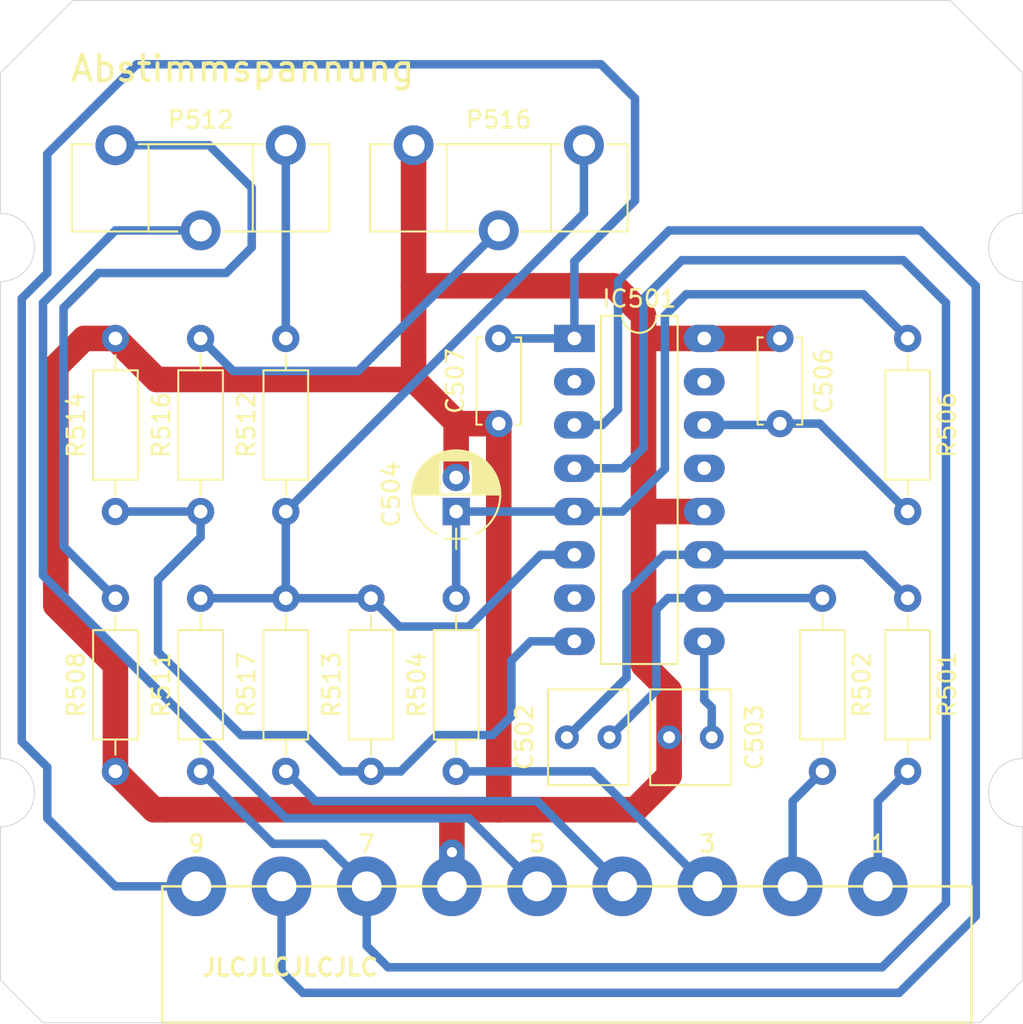
<source format=kicad_pcb>
(kicad_pcb (version 20171130) (host pcbnew "(5.1.7)-1")

  (general
    (thickness 1.6)
    (drawings 21)
    (tracks 156)
    (zones 0)
    (modules 20)
    (nets 20)
  )

  (page A4)
  (layers
    (0 F.Cu signal)
    (31 B.Cu signal)
    (32 B.Adhes user)
    (33 F.Adhes user)
    (34 B.Paste user)
    (35 F.Paste user)
    (36 B.SilkS user)
    (37 F.SilkS user)
    (38 B.Mask user)
    (39 F.Mask user)
    (40 Dwgs.User user)
    (41 Cmts.User user)
    (42 Eco1.User user)
    (43 Eco2.User user)
    (44 Edge.Cuts user)
    (45 Margin user)
    (46 B.CrtYd user)
    (47 F.CrtYd user)
    (48 B.Fab user hide)
    (49 F.Fab user hide)
  )

  (setup
    (last_trace_width 0.5)
    (user_trace_width 0.5)
    (user_trace_width 1)
    (user_trace_width 1.5)
    (user_trace_width 2.75)
    (user_trace_width 3.5)
    (trace_clearance 0.2)
    (zone_clearance 1)
    (zone_45_only yes)
    (trace_min 0.2)
    (via_size 0.8)
    (via_drill 0.4)
    (via_min_size 0.4)
    (via_min_drill 0.3)
    (uvia_size 0.3)
    (uvia_drill 0.1)
    (uvias_allowed no)
    (uvia_min_size 0.2)
    (uvia_min_drill 0.1)
    (edge_width 0.05)
    (segment_width 0.2)
    (pcb_text_width 0.3)
    (pcb_text_size 1.5 1.5)
    (mod_edge_width 0.12)
    (mod_text_size 1 1)
    (mod_text_width 0.15)
    (pad_size 1.6 1.6)
    (pad_drill 0.8)
    (pad_to_mask_clearance 0)
    (aux_axis_origin 0 0)
    (visible_elements 7FFFFF7F)
    (pcbplotparams
      (layerselection 0x010fc_ffffffff)
      (usegerberextensions true)
      (usegerberattributes false)
      (usegerberadvancedattributes false)
      (creategerberjobfile false)
      (excludeedgelayer true)
      (linewidth 0.100000)
      (plotframeref false)
      (viasonmask false)
      (mode 1)
      (useauxorigin false)
      (hpglpennumber 1)
      (hpglpenspeed 20)
      (hpglpendiameter 15.000000)
      (psnegative false)
      (psa4output false)
      (plotreference true)
      (plotvalue false)
      (plotinvisibletext false)
      (padsonsilk false)
      (subtractmaskfromsilk true)
      (outputformat 1)
      (mirror false)
      (drillshape 0)
      (scaleselection 1)
      (outputdirectory "gerber"))
  )

  (net 0 "")
  (net 1 GND)
  (net 2 OUT_BOTTOM)
  (net 3 TCA530_P5)
  (net 4 +15V)
  (net 5 MUTING)
  (net 6 TIMING)
  (net 7 OUT_TOP)
  (net 8 +45V)
  (net 9 AFC_02)
  (net 10 AFC_01)
  (net 11 "Net-(P516-Pad2)")
  (net 12 TCA530_P6)
  (net 13 TCA530_P8)
  (net 14 "Net-(P512-Pad3)")
  (net 15 "Net-(P512-Pad1)")
  (net 16 TCA530_P10)
  (net 17 TCA530_P11)
  (net 18 TCA530_P14)
  (net 19 "Net-(C503-Pad1)")

  (net_class Default "This is the default net class."
    (clearance 0.2)
    (trace_width 0.25)
    (via_dia 0.8)
    (via_drill 0.4)
    (uvia_dia 0.3)
    (uvia_drill 0.1)
    (add_net +15V)
    (add_net +45V)
    (add_net AFC_01)
    (add_net AFC_02)
    (add_net GND)
    (add_net MUTING)
    (add_net "Net-(C503-Pad1)")
    (add_net "Net-(P512-Pad1)")
    (add_net "Net-(P512-Pad3)")
    (add_net "Net-(P516-Pad2)")
    (add_net OUT_BOTTOM)
    (add_net OUT_TOP)
    (add_net TCA530_P10)
    (add_net TCA530_P11)
    (add_net TCA530_P14)
    (add_net TCA530_P5)
    (add_net TCA530_P6)
    (add_net TCA530_P8)
    (add_net TIMING)
  )

  (module Capacitors_THT:C_Rect_L4.6mm_W5.5mm_P2.50mm_MKS02_FKP02 (layer F.Cu) (tedit 597BC7C2) (tstamp 63AC6E9F)
    (at 76 78.25 180)
    (descr "C, Rect series, Radial, pin pitch=2.50mm, , length*width=4.6*5.5mm^2, Capacitor, http://www.wima.de/DE/WIMA_MKS_02.pdf")
    (tags "C Rect series Radial pin pitch 2.50mm  length 4.6mm width 5.5mm Capacitor")
    (path /63ADC235)
    (fp_text reference C503 (at -2.5 0 90) (layer F.SilkS)
      (effects (font (size 1 1) (thickness 0.15)))
    )
    (fp_text value 1µF (at 1.25 4.06) (layer F.Fab)
      (effects (font (size 1 1) (thickness 0.15)))
    )
    (fp_line (start -1.05 -2.75) (end -1.05 2.75) (layer F.Fab) (width 0.1))
    (fp_line (start -1.05 2.75) (end 3.55 2.75) (layer F.Fab) (width 0.1))
    (fp_line (start 3.55 2.75) (end 3.55 -2.75) (layer F.Fab) (width 0.1))
    (fp_line (start 3.55 -2.75) (end -1.05 -2.75) (layer F.Fab) (width 0.1))
    (fp_line (start -1.11 -2.81) (end 3.61 -2.81) (layer F.SilkS) (width 0.12))
    (fp_line (start -1.11 2.81) (end 3.61 2.81) (layer F.SilkS) (width 0.12))
    (fp_line (start -1.11 -2.81) (end -1.11 2.81) (layer F.SilkS) (width 0.12))
    (fp_line (start 3.61 -2.81) (end 3.61 2.81) (layer F.SilkS) (width 0.12))
    (fp_line (start -1.4 -3.1) (end -1.4 3.1) (layer F.CrtYd) (width 0.05))
    (fp_line (start -1.4 3.1) (end 3.9 3.1) (layer F.CrtYd) (width 0.05))
    (fp_line (start 3.9 3.1) (end 3.9 -3.1) (layer F.CrtYd) (width 0.05))
    (fp_line (start 3.9 -3.1) (end -1.4 -3.1) (layer F.CrtYd) (width 0.05))
    (fp_text user %R (at 1.25 0) (layer F.Fab)
      (effects (font (size 1 1) (thickness 0.15)))
    )
    (pad 1 thru_hole circle (at 0 0 180) (size 1.4 1.4) (drill 0.7) (layers *.Cu *.Mask)
      (net 19 "Net-(C503-Pad1)"))
    (pad 2 thru_hole circle (at 2.5 0 180) (size 1.4 1.4) (drill 0.7) (layers *.Cu *.Mask)
      (net 1 GND))
    (model ${KISYS3DMOD}/Capacitors_THT.3dshapes/C_Rect_L4.6mm_W5.5mm_P2.50mm_MKS02_FKP02.wrl
      (at (xyz 0 0 0))
      (scale (xyz 1 1 1))
      (rotate (xyz 0 0 0))
    )
  )

  (module Capacitors_THT:C_Rect_L4.6mm_W5.5mm_P2.50mm_MKS02_FKP02 (layer F.Cu) (tedit 597BC7C2) (tstamp 63AC6E9C)
    (at 67.5 78.25)
    (descr "C, Rect series, Radial, pin pitch=2.50mm, , length*width=4.6*5.5mm^2, Capacitor, http://www.wima.de/DE/WIMA_MKS_02.pdf")
    (tags "C Rect series Radial pin pitch 2.50mm  length 4.6mm width 5.5mm Capacitor")
    (path /63412AB5)
    (fp_text reference C502 (at -2.5 0 90) (layer F.SilkS)
      (effects (font (size 1 1) (thickness 0.15)))
    )
    (fp_text value 1µF (at 1.25 4.06) (layer F.Fab)
      (effects (font (size 1 1) (thickness 0.15)))
    )
    (fp_line (start -1.05 -2.75) (end -1.05 2.75) (layer F.Fab) (width 0.1))
    (fp_line (start -1.05 2.75) (end 3.55 2.75) (layer F.Fab) (width 0.1))
    (fp_line (start 3.55 2.75) (end 3.55 -2.75) (layer F.Fab) (width 0.1))
    (fp_line (start 3.55 -2.75) (end -1.05 -2.75) (layer F.Fab) (width 0.1))
    (fp_line (start -1.11 -2.81) (end 3.61 -2.81) (layer F.SilkS) (width 0.12))
    (fp_line (start -1.11 2.81) (end 3.61 2.81) (layer F.SilkS) (width 0.12))
    (fp_line (start -1.11 -2.81) (end -1.11 2.81) (layer F.SilkS) (width 0.12))
    (fp_line (start 3.61 -2.81) (end 3.61 2.81) (layer F.SilkS) (width 0.12))
    (fp_line (start -1.4 -3.1) (end -1.4 3.1) (layer F.CrtYd) (width 0.05))
    (fp_line (start -1.4 3.1) (end 3.9 3.1) (layer F.CrtYd) (width 0.05))
    (fp_line (start 3.9 3.1) (end 3.9 -3.1) (layer F.CrtYd) (width 0.05))
    (fp_line (start 3.9 -3.1) (end -1.4 -3.1) (layer F.CrtYd) (width 0.05))
    (fp_text user %R (at 1.25 0) (layer F.Fab)
      (effects (font (size 1 1) (thickness 0.15)))
    )
    (pad 1 thru_hole circle (at 0 0) (size 1.4 1.4) (drill 0.7) (layers *.Cu *.Mask)
      (net 17 TCA530_P11))
    (pad 2 thru_hole circle (at 2.5 0) (size 1.4 1.4) (drill 0.7) (layers *.Cu *.Mask)
      (net 16 TCA530_P10))
    (model ${KISYS3DMOD}/Capacitors_THT.3dshapes/C_Rect_L4.6mm_W5.5mm_P2.50mm_MKS02_FKP02.wrl
      (at (xyz 0 0 0))
      (scale (xyz 1 1 1))
      (rotate (xyz 0 0 0))
    )
  )

  (module Resistors_THT:R_Axial_DIN0207_L6.3mm_D2.5mm_P10.16mm_Horizontal (layer F.Cu) (tedit 5874F706) (tstamp 63AC4B5C)
    (at 82.5 80.25 90)
    (descr "Resistor, Axial_DIN0207 series, Axial, Horizontal, pin pitch=10.16mm, 0.25W = 1/4W, length*diameter=6.3*2.5mm^2, http://cdn-reichelt.de/documents/datenblatt/B400/1_4W%23YAG.pdf")
    (tags "Resistor Axial_DIN0207 series Axial Horizontal pin pitch 10.16mm 0.25W = 1/4W length 6.3mm diameter 2.5mm")
    (path /633EB176)
    (fp_text reference R502 (at 5.08 2.31 90) (layer F.SilkS)
      (effects (font (size 1 1) (thickness 0.15)))
    )
    (fp_text value 47k (at 5.08 2.31 90) (layer F.Fab)
      (effects (font (size 1 1) (thickness 0.15)))
    )
    (fp_line (start 11.25 -1.6) (end -1.05 -1.6) (layer F.CrtYd) (width 0.05))
    (fp_line (start 11.25 1.6) (end 11.25 -1.6) (layer F.CrtYd) (width 0.05))
    (fp_line (start -1.05 1.6) (end 11.25 1.6) (layer F.CrtYd) (width 0.05))
    (fp_line (start -1.05 -1.6) (end -1.05 1.6) (layer F.CrtYd) (width 0.05))
    (fp_line (start 9.18 0) (end 8.29 0) (layer F.SilkS) (width 0.12))
    (fp_line (start 0.98 0) (end 1.87 0) (layer F.SilkS) (width 0.12))
    (fp_line (start 8.29 -1.31) (end 1.87 -1.31) (layer F.SilkS) (width 0.12))
    (fp_line (start 8.29 1.31) (end 8.29 -1.31) (layer F.SilkS) (width 0.12))
    (fp_line (start 1.87 1.31) (end 8.29 1.31) (layer F.SilkS) (width 0.12))
    (fp_line (start 1.87 -1.31) (end 1.87 1.31) (layer F.SilkS) (width 0.12))
    (fp_line (start 10.16 0) (end 8.23 0) (layer F.Fab) (width 0.1))
    (fp_line (start 0 0) (end 1.93 0) (layer F.Fab) (width 0.1))
    (fp_line (start 8.23 -1.25) (end 1.93 -1.25) (layer F.Fab) (width 0.1))
    (fp_line (start 8.23 1.25) (end 8.23 -1.25) (layer F.Fab) (width 0.1))
    (fp_line (start 1.93 1.25) (end 8.23 1.25) (layer F.Fab) (width 0.1))
    (fp_line (start 1.93 -1.25) (end 1.93 1.25) (layer F.Fab) (width 0.1))
    (pad 1 thru_hole circle (at 0 0 90) (size 1.6 1.6) (drill 0.8) (layers *.Cu *.Mask)
      (net 9 AFC_02))
    (pad 2 thru_hole oval (at 10.16 0 90) (size 1.6 1.6) (drill 0.8) (layers *.Cu *.Mask)
      (net 16 TCA530_P10))
    (model ${KISYS3DMOD}/Resistors_THT.3dshapes/R_Axial_DIN0207_L6.3mm_D2.5mm_P10.16mm_Horizontal.wrl
      (at (xyz 0 0 0))
      (scale (xyz 0.393701 0.393701 0.393701))
      (rotate (xyz 0 0 0))
    )
  )

  (module Resistors_THT:R_Axial_DIN0207_L6.3mm_D2.5mm_P10.16mm_Horizontal (layer F.Cu) (tedit 5874F706) (tstamp 63AC4B59)
    (at 87.5 80.25 90)
    (descr "Resistor, Axial_DIN0207 series, Axial, Horizontal, pin pitch=10.16mm, 0.25W = 1/4W, length*diameter=6.3*2.5mm^2, http://cdn-reichelt.de/documents/datenblatt/B400/1_4W%23YAG.pdf")
    (tags "Resistor Axial_DIN0207 series Axial Horizontal pin pitch 10.16mm 0.25W = 1/4W length 6.3mm diameter 2.5mm")
    (path /633EA981)
    (fp_text reference R501 (at 5.08 2.31 90) (layer F.SilkS)
      (effects (font (size 1 1) (thickness 0.15)))
    )
    (fp_text value 47k (at 5.08 2.31 90) (layer F.Fab)
      (effects (font (size 1 1) (thickness 0.15)))
    )
    (fp_line (start 11.25 -1.6) (end -1.05 -1.6) (layer F.CrtYd) (width 0.05))
    (fp_line (start 11.25 1.6) (end 11.25 -1.6) (layer F.CrtYd) (width 0.05))
    (fp_line (start -1.05 1.6) (end 11.25 1.6) (layer F.CrtYd) (width 0.05))
    (fp_line (start -1.05 -1.6) (end -1.05 1.6) (layer F.CrtYd) (width 0.05))
    (fp_line (start 9.18 0) (end 8.29 0) (layer F.SilkS) (width 0.12))
    (fp_line (start 0.98 0) (end 1.87 0) (layer F.SilkS) (width 0.12))
    (fp_line (start 8.29 -1.31) (end 1.87 -1.31) (layer F.SilkS) (width 0.12))
    (fp_line (start 8.29 1.31) (end 8.29 -1.31) (layer F.SilkS) (width 0.12))
    (fp_line (start 1.87 1.31) (end 8.29 1.31) (layer F.SilkS) (width 0.12))
    (fp_line (start 1.87 -1.31) (end 1.87 1.31) (layer F.SilkS) (width 0.12))
    (fp_line (start 10.16 0) (end 8.23 0) (layer F.Fab) (width 0.1))
    (fp_line (start 0 0) (end 1.93 0) (layer F.Fab) (width 0.1))
    (fp_line (start 8.23 -1.25) (end 1.93 -1.25) (layer F.Fab) (width 0.1))
    (fp_line (start 8.23 1.25) (end 8.23 -1.25) (layer F.Fab) (width 0.1))
    (fp_line (start 1.93 1.25) (end 8.23 1.25) (layer F.Fab) (width 0.1))
    (fp_line (start 1.93 -1.25) (end 1.93 1.25) (layer F.Fab) (width 0.1))
    (pad 1 thru_hole circle (at 0 0 90) (size 1.6 1.6) (drill 0.8) (layers *.Cu *.Mask)
      (net 10 AFC_01))
    (pad 2 thru_hole oval (at 10.16 0 90) (size 1.6 1.6) (drill 0.8) (layers *.Cu *.Mask)
      (net 17 TCA530_P11))
    (model ${KISYS3DMOD}/Resistors_THT.3dshapes/R_Axial_DIN0207_L6.3mm_D2.5mm_P10.16mm_Horizontal.wrl
      (at (xyz 0 0 0))
      (scale (xyz 0.393701 0.393701 0.393701))
      (rotate (xyz 0 0 0))
    )
  )

  (module Resistors_THT:R_Axial_DIN0207_L6.3mm_D2.5mm_P10.16mm_Horizontal (layer F.Cu) (tedit 5874F706) (tstamp 63AC0BC9)
    (at 61 80.25 90)
    (descr "Resistor, Axial_DIN0207 series, Axial, Horizontal, pin pitch=10.16mm, 0.25W = 1/4W, length*diameter=6.3*2.5mm^2, http://cdn-reichelt.de/documents/datenblatt/B400/1_4W%23YAG.pdf")
    (tags "Resistor Axial_DIN0207 series Axial Horizontal pin pitch 10.16mm 0.25W = 1/4W length 6.3mm diameter 2.5mm")
    (path /633E5270)
    (fp_text reference R504 (at 5.08 -2.31 90) (layer F.SilkS)
      (effects (font (size 1 1) (thickness 0.15)))
    )
    (fp_text value 1.5k (at 5.08 2.31 90) (layer F.Fab)
      (effects (font (size 1 1) (thickness 0.15)))
    )
    (fp_line (start 11.25 -1.6) (end -1.05 -1.6) (layer F.CrtYd) (width 0.05))
    (fp_line (start 11.25 1.6) (end 11.25 -1.6) (layer F.CrtYd) (width 0.05))
    (fp_line (start -1.05 1.6) (end 11.25 1.6) (layer F.CrtYd) (width 0.05))
    (fp_line (start -1.05 -1.6) (end -1.05 1.6) (layer F.CrtYd) (width 0.05))
    (fp_line (start 9.18 0) (end 8.29 0) (layer F.SilkS) (width 0.12))
    (fp_line (start 0.98 0) (end 1.87 0) (layer F.SilkS) (width 0.12))
    (fp_line (start 8.29 -1.31) (end 1.87 -1.31) (layer F.SilkS) (width 0.12))
    (fp_line (start 8.29 1.31) (end 8.29 -1.31) (layer F.SilkS) (width 0.12))
    (fp_line (start 1.87 1.31) (end 8.29 1.31) (layer F.SilkS) (width 0.12))
    (fp_line (start 1.87 -1.31) (end 1.87 1.31) (layer F.SilkS) (width 0.12))
    (fp_line (start 10.16 0) (end 8.23 0) (layer F.Fab) (width 0.1))
    (fp_line (start 0 0) (end 1.93 0) (layer F.Fab) (width 0.1))
    (fp_line (start 8.23 -1.25) (end 1.93 -1.25) (layer F.Fab) (width 0.1))
    (fp_line (start 8.23 1.25) (end 8.23 -1.25) (layer F.Fab) (width 0.1))
    (fp_line (start 1.93 1.25) (end 8.23 1.25) (layer F.Fab) (width 0.1))
    (fp_line (start 1.93 -1.25) (end 1.93 1.25) (layer F.Fab) (width 0.1))
    (pad 1 thru_hole circle (at 0 0 90) (size 1.6 1.6) (drill 0.8) (layers *.Cu *.Mask)
      (net 8 +45V))
    (pad 2 thru_hole oval (at 10.16 0 90) (size 1.6 1.6) (drill 0.8) (layers *.Cu *.Mask)
      (net 3 TCA530_P5))
    (model ${KISYS3DMOD}/Resistors_THT.3dshapes/R_Axial_DIN0207_L6.3mm_D2.5mm_P10.16mm_Horizontal.wrl
      (at (xyz 0 0 0))
      (scale (xyz 0.393701 0.393701 0.393701))
      (rotate (xyz 0 0 0))
    )
  )

  (module Resistors_THT:R_Axial_DIN0207_L6.3mm_D2.5mm_P10.16mm_Horizontal (layer F.Cu) (tedit 5874F706) (tstamp 63AC0284)
    (at 87.5 54.84 270)
    (descr "Resistor, Axial_DIN0207 series, Axial, Horizontal, pin pitch=10.16mm, 0.25W = 1/4W, length*diameter=6.3*2.5mm^2, http://cdn-reichelt.de/documents/datenblatt/B400/1_4W%23YAG.pdf")
    (tags "Resistor Axial_DIN0207 series Axial Horizontal pin pitch 10.16mm 0.25W = 1/4W length 6.3mm diameter 2.5mm")
    (path /63AC84F9)
    (fp_text reference R506 (at 5.08 -2.31 90) (layer F.SilkS)
      (effects (font (size 1 1) (thickness 0.15)))
    )
    (fp_text value x (at 5.08 2.31 90) (layer F.Fab)
      (effects (font (size 1 1) (thickness 0.15)))
    )
    (fp_line (start 11.25 -1.6) (end -1.05 -1.6) (layer F.CrtYd) (width 0.05))
    (fp_line (start 11.25 1.6) (end 11.25 -1.6) (layer F.CrtYd) (width 0.05))
    (fp_line (start -1.05 1.6) (end 11.25 1.6) (layer F.CrtYd) (width 0.05))
    (fp_line (start -1.05 -1.6) (end -1.05 1.6) (layer F.CrtYd) (width 0.05))
    (fp_line (start 9.18 0) (end 8.29 0) (layer F.SilkS) (width 0.12))
    (fp_line (start 0.98 0) (end 1.87 0) (layer F.SilkS) (width 0.12))
    (fp_line (start 8.29 -1.31) (end 1.87 -1.31) (layer F.SilkS) (width 0.12))
    (fp_line (start 8.29 1.31) (end 8.29 -1.31) (layer F.SilkS) (width 0.12))
    (fp_line (start 1.87 1.31) (end 8.29 1.31) (layer F.SilkS) (width 0.12))
    (fp_line (start 1.87 -1.31) (end 1.87 1.31) (layer F.SilkS) (width 0.12))
    (fp_line (start 10.16 0) (end 8.23 0) (layer F.Fab) (width 0.1))
    (fp_line (start 0 0) (end 1.93 0) (layer F.Fab) (width 0.1))
    (fp_line (start 8.23 -1.25) (end 1.93 -1.25) (layer F.Fab) (width 0.1))
    (fp_line (start 8.23 1.25) (end 8.23 -1.25) (layer F.Fab) (width 0.1))
    (fp_line (start 1.93 1.25) (end 8.23 1.25) (layer F.Fab) (width 0.1))
    (fp_line (start 1.93 -1.25) (end 1.93 1.25) (layer F.Fab) (width 0.1))
    (pad 1 thru_hole circle (at 0 0 270) (size 1.6 1.6) (drill 0.8) (layers *.Cu *.Mask)
      (net 3 TCA530_P5))
    (pad 2 thru_hole oval (at 10.16 0 270) (size 1.6 1.6) (drill 0.8) (layers *.Cu *.Mask)
      (net 18 TCA530_P14))
    (model ${KISYS3DMOD}/Resistors_THT.3dshapes/R_Axial_DIN0207_L6.3mm_D2.5mm_P10.16mm_Horizontal.wrl
      (at (xyz 0 0 0))
      (scale (xyz 0.393701 0.393701 0.393701))
      (rotate (xyz 0 0 0))
    )
  )

  (module Capacitors_THT:C_Disc_D5.0mm_W2.5mm_P5.00mm (layer F.Cu) (tedit 597BC7C2) (tstamp 63ABC9D2)
    (at 63.5 54.84 270)
    (descr "C, Disc series, Radial, pin pitch=5.00mm, , diameter*width=5*2.5mm^2, Capacitor, http://cdn-reichelt.de/documents/datenblatt/B300/DS_KERKO_TC.pdf")
    (tags "C Disc series Radial pin pitch 5.00mm  diameter 5mm width 2.5mm Capacitor")
    (path /63AE0378)
    (fp_text reference C507 (at 2.5 2.56 90) (layer F.SilkS)
      (effects (font (size 1 1) (thickness 0.15)))
    )
    (fp_text value 1nF (at 2.5 2.56 90) (layer F.Fab)
      (effects (font (size 1 1) (thickness 0.15)))
    )
    (fp_line (start 6.05 -1.6) (end -1.05 -1.6) (layer F.CrtYd) (width 0.05))
    (fp_line (start 6.05 1.6) (end 6.05 -1.6) (layer F.CrtYd) (width 0.05))
    (fp_line (start -1.05 1.6) (end 6.05 1.6) (layer F.CrtYd) (width 0.05))
    (fp_line (start -1.05 -1.6) (end -1.05 1.6) (layer F.CrtYd) (width 0.05))
    (fp_line (start 5.06 0.996) (end 5.06 1.31) (layer F.SilkS) (width 0.12))
    (fp_line (start 5.06 -1.31) (end 5.06 -0.996) (layer F.SilkS) (width 0.12))
    (fp_line (start -0.06 0.996) (end -0.06 1.31) (layer F.SilkS) (width 0.12))
    (fp_line (start -0.06 -1.31) (end -0.06 -0.996) (layer F.SilkS) (width 0.12))
    (fp_line (start -0.06 1.31) (end 5.06 1.31) (layer F.SilkS) (width 0.12))
    (fp_line (start -0.06 -1.31) (end 5.06 -1.31) (layer F.SilkS) (width 0.12))
    (fp_line (start 5 -1.25) (end 0 -1.25) (layer F.Fab) (width 0.1))
    (fp_line (start 5 1.25) (end 5 -1.25) (layer F.Fab) (width 0.1))
    (fp_line (start 0 1.25) (end 5 1.25) (layer F.Fab) (width 0.1))
    (fp_line (start 0 -1.25) (end 0 1.25) (layer F.Fab) (width 0.1))
    (fp_text user %R (at 2.5 0 90) (layer F.Fab)
      (effects (font (size 1 1) (thickness 0.15)))
    )
    (pad 1 thru_hole circle (at 0 0 270) (size 1.6 1.6) (drill 0.8) (layers *.Cu *.Mask)
      (net 4 +15V))
    (pad 2 thru_hole circle (at 5 0 270) (size 1.6 1.6) (drill 0.8) (layers *.Cu *.Mask)
      (net 1 GND))
    (model ${KISYS3DMOD}/Capacitors_THT.3dshapes/C_Disc_D5.0mm_W2.5mm_P5.00mm.wrl
      (at (xyz 0 0 0))
      (scale (xyz 1 1 1))
      (rotate (xyz 0 0 0))
    )
  )

  (module Capacitors_THT:C_Disc_D5.0mm_W2.5mm_P5.00mm (layer F.Cu) (tedit 597BC7C2) (tstamp 63ABC9CF)
    (at 80 54.84 270)
    (descr "C, Disc series, Radial, pin pitch=5.00mm, , diameter*width=5*2.5mm^2, Capacitor, http://cdn-reichelt.de/documents/datenblatt/B300/DS_KERKO_TC.pdf")
    (tags "C Disc series Radial pin pitch 5.00mm  diameter 5mm width 2.5mm Capacitor")
    (path /63ADFDA1)
    (fp_text reference C506 (at 2.5 -2.56 90) (layer F.SilkS)
      (effects (font (size 1 1) (thickness 0.15)))
    )
    (fp_text value 1nF (at 2.5 2.56 90) (layer F.Fab)
      (effects (font (size 1 1) (thickness 0.15)))
    )
    (fp_line (start 6.05 -1.6) (end -1.05 -1.6) (layer F.CrtYd) (width 0.05))
    (fp_line (start 6.05 1.6) (end 6.05 -1.6) (layer F.CrtYd) (width 0.05))
    (fp_line (start -1.05 1.6) (end 6.05 1.6) (layer F.CrtYd) (width 0.05))
    (fp_line (start -1.05 -1.6) (end -1.05 1.6) (layer F.CrtYd) (width 0.05))
    (fp_line (start 5.06 0.996) (end 5.06 1.31) (layer F.SilkS) (width 0.12))
    (fp_line (start 5.06 -1.31) (end 5.06 -0.996) (layer F.SilkS) (width 0.12))
    (fp_line (start -0.06 0.996) (end -0.06 1.31) (layer F.SilkS) (width 0.12))
    (fp_line (start -0.06 -1.31) (end -0.06 -0.996) (layer F.SilkS) (width 0.12))
    (fp_line (start -0.06 1.31) (end 5.06 1.31) (layer F.SilkS) (width 0.12))
    (fp_line (start -0.06 -1.31) (end 5.06 -1.31) (layer F.SilkS) (width 0.12))
    (fp_line (start 5 -1.25) (end 0 -1.25) (layer F.Fab) (width 0.1))
    (fp_line (start 5 1.25) (end 5 -1.25) (layer F.Fab) (width 0.1))
    (fp_line (start 0 1.25) (end 5 1.25) (layer F.Fab) (width 0.1))
    (fp_line (start 0 -1.25) (end 0 1.25) (layer F.Fab) (width 0.1))
    (fp_text user %R (at 2.5 0 90) (layer F.Fab)
      (effects (font (size 1 1) (thickness 0.15)))
    )
    (pad 1 thru_hole circle (at 0 0 270) (size 1.6 1.6) (drill 0.8) (layers *.Cu *.Mask)
      (net 1 GND))
    (pad 2 thru_hole circle (at 5 0 270) (size 1.6 1.6) (drill 0.8) (layers *.Cu *.Mask)
      (net 18 TCA530_P14))
    (model ${KISYS3DMOD}/Capacitors_THT.3dshapes/C_Disc_D5.0mm_W2.5mm_P5.00mm.wrl
      (at (xyz 0 0 0))
      (scale (xyz 1 1 1))
      (rotate (xyz 0 0 0))
    )
  )

  (module Housings_DIP:DIP-16_W7.62mm_LongPads (layer F.Cu) (tedit 59C78D6B) (tstamp 63ABB735)
    (at 67.94 54.84)
    (descr "16-lead though-hole mounted DIP package, row spacing 7.62 mm (300 mils), LongPads")
    (tags "THT DIP DIL PDIP 2.54mm 7.62mm 300mil LongPads")
    (path /63AD29DA)
    (fp_text reference IC501 (at 3.81 -2.33) (layer F.SilkS)
      (effects (font (size 1 1) (thickness 0.15)))
    )
    (fp_text value TCA530 (at 3.81 20.11) (layer F.Fab)
      (effects (font (size 1 1) (thickness 0.15)))
    )
    (fp_line (start 9.1 -1.55) (end -1.45 -1.55) (layer F.CrtYd) (width 0.05))
    (fp_line (start 9.1 19.3) (end 9.1 -1.55) (layer F.CrtYd) (width 0.05))
    (fp_line (start -1.45 19.3) (end 9.1 19.3) (layer F.CrtYd) (width 0.05))
    (fp_line (start -1.45 -1.55) (end -1.45 19.3) (layer F.CrtYd) (width 0.05))
    (fp_line (start 6.06 -1.33) (end 4.81 -1.33) (layer F.SilkS) (width 0.12))
    (fp_line (start 6.06 19.11) (end 6.06 -1.33) (layer F.SilkS) (width 0.12))
    (fp_line (start 1.56 19.11) (end 6.06 19.11) (layer F.SilkS) (width 0.12))
    (fp_line (start 1.56 -1.33) (end 1.56 19.11) (layer F.SilkS) (width 0.12))
    (fp_line (start 2.81 -1.33) (end 1.56 -1.33) (layer F.SilkS) (width 0.12))
    (fp_line (start 0.635 -0.27) (end 1.635 -1.27) (layer F.Fab) (width 0.1))
    (fp_line (start 0.635 19.05) (end 0.635 -0.27) (layer F.Fab) (width 0.1))
    (fp_line (start 6.985 19.05) (end 0.635 19.05) (layer F.Fab) (width 0.1))
    (fp_line (start 6.985 -1.27) (end 6.985 19.05) (layer F.Fab) (width 0.1))
    (fp_line (start 1.635 -1.27) (end 6.985 -1.27) (layer F.Fab) (width 0.1))
    (fp_arc (start 3.81 -1.33) (end 2.81 -1.33) (angle -180) (layer F.SilkS) (width 0.12))
    (fp_text user %R (at 3.81 8.89) (layer F.Fab)
      (effects (font (size 1 1) (thickness 0.15)))
    )
    (pad 1 thru_hole rect (at 0 0) (size 2.4 1.6) (drill 0.8) (layers *.Cu *.Mask)
      (net 4 +15V))
    (pad 9 thru_hole oval (at 7.62 17.78) (size 2.4 1.6) (drill 0.8) (layers *.Cu *.Mask)
      (net 19 "Net-(C503-Pad1)"))
    (pad 2 thru_hole oval (at 0 2.54) (size 2.4 1.6) (drill 0.8) (layers *.Cu *.Mask))
    (pad 10 thru_hole oval (at 7.62 15.24) (size 2.4 1.6) (drill 0.8) (layers *.Cu *.Mask)
      (net 16 TCA530_P10))
    (pad 3 thru_hole oval (at 0 5.08) (size 2.4 1.6) (drill 0.8) (layers *.Cu *.Mask)
      (net 5 MUTING))
    (pad 11 thru_hole oval (at 7.62 12.7) (size 2.4 1.6) (drill 0.8) (layers *.Cu *.Mask)
      (net 17 TCA530_P11))
    (pad 4 thru_hole oval (at 0 7.62) (size 2.4 1.6) (drill 0.8) (layers *.Cu *.Mask)
      (net 6 TIMING))
    (pad 12 thru_hole oval (at 7.62 10.16) (size 2.4 1.6) (drill 0.8) (layers *.Cu *.Mask)
      (net 1 GND))
    (pad 5 thru_hole oval (at 0 10.16) (size 2.4 1.6) (drill 0.8) (layers *.Cu *.Mask)
      (net 3 TCA530_P5))
    (pad 13 thru_hole oval (at 7.62 7.62) (size 2.4 1.6) (drill 0.8) (layers *.Cu *.Mask))
    (pad 6 thru_hole oval (at 0 12.7) (size 2.4 1.6) (drill 0.8) (layers *.Cu *.Mask)
      (net 12 TCA530_P6))
    (pad 14 thru_hole oval (at 7.62 5.08) (size 2.4 1.6) (drill 0.8) (layers *.Cu *.Mask)
      (net 18 TCA530_P14))
    (pad 7 thru_hole oval (at 0 15.24) (size 2.4 1.6) (drill 0.8) (layers *.Cu *.Mask))
    (pad 15 thru_hole oval (at 7.62 2.54) (size 2.4 1.6) (drill 0.8) (layers *.Cu *.Mask))
    (pad 8 thru_hole oval (at 0 17.78) (size 2.4 1.6) (drill 0.8) (layers *.Cu *.Mask)
      (net 13 TCA530_P8))
    (pad 16 thru_hole oval (at 7.62 0) (size 2.4 1.6) (drill 0.8) (layers *.Cu *.Mask)
      (net 1 GND))
    (model ${KISYS3DMOD}/Housings_DIP.3dshapes/DIP-16_W7.62mm.wrl
      (at (xyz 0 0 0))
      (scale (xyz 1 1 1))
      (rotate (xyz 0 0 0))
    )
  )

  (module Resistors_THT:R_Axial_DIN0207_L6.3mm_D2.5mm_P10.16mm_Horizontal (layer F.Cu) (tedit 5874F706) (tstamp 63AB890B)
    (at 41 80.25 90)
    (descr "Resistor, Axial_DIN0207 series, Axial, Horizontal, pin pitch=10.16mm, 0.25W = 1/4W, length*diameter=6.3*2.5mm^2, http://cdn-reichelt.de/documents/datenblatt/B400/1_4W%23YAG.pdf")
    (tags "Resistor Axial_DIN0207 series Axial Horizontal pin pitch 10.16mm 0.25W = 1/4W length 6.3mm diameter 2.5mm")
    (path /633EA549)
    (fp_text reference R508 (at 5.08 -2.31 90) (layer F.SilkS)
      (effects (font (size 1 1) (thickness 0.15)))
    )
    (fp_text value 1.5k (at 5.08 2.31 90) (layer F.Fab)
      (effects (font (size 1 1) (thickness 0.15)))
    )
    (fp_line (start 1.93 -1.25) (end 1.93 1.25) (layer F.Fab) (width 0.1))
    (fp_line (start 1.93 1.25) (end 8.23 1.25) (layer F.Fab) (width 0.1))
    (fp_line (start 8.23 1.25) (end 8.23 -1.25) (layer F.Fab) (width 0.1))
    (fp_line (start 8.23 -1.25) (end 1.93 -1.25) (layer F.Fab) (width 0.1))
    (fp_line (start 0 0) (end 1.93 0) (layer F.Fab) (width 0.1))
    (fp_line (start 10.16 0) (end 8.23 0) (layer F.Fab) (width 0.1))
    (fp_line (start 1.87 -1.31) (end 1.87 1.31) (layer F.SilkS) (width 0.12))
    (fp_line (start 1.87 1.31) (end 8.29 1.31) (layer F.SilkS) (width 0.12))
    (fp_line (start 8.29 1.31) (end 8.29 -1.31) (layer F.SilkS) (width 0.12))
    (fp_line (start 8.29 -1.31) (end 1.87 -1.31) (layer F.SilkS) (width 0.12))
    (fp_line (start 0.98 0) (end 1.87 0) (layer F.SilkS) (width 0.12))
    (fp_line (start 9.18 0) (end 8.29 0) (layer F.SilkS) (width 0.12))
    (fp_line (start -1.05 -1.6) (end -1.05 1.6) (layer F.CrtYd) (width 0.05))
    (fp_line (start -1.05 1.6) (end 11.25 1.6) (layer F.CrtYd) (width 0.05))
    (fp_line (start 11.25 1.6) (end 11.25 -1.6) (layer F.CrtYd) (width 0.05))
    (fp_line (start 11.25 -1.6) (end -1.05 -1.6) (layer F.CrtYd) (width 0.05))
    (pad 1 thru_hole circle (at 0 0 90) (size 1.6 1.6) (drill 0.8) (layers *.Cu *.Mask)
      (net 1 GND))
    (pad 2 thru_hole oval (at 10.16 0 90) (size 1.6 1.6) (drill 0.8) (layers *.Cu *.Mask)
      (net 14 "Net-(P512-Pad3)"))
    (model ${KISYS3DMOD}/Resistors_THT.3dshapes/R_Axial_DIN0207_L6.3mm_D2.5mm_P10.16mm_Horizontal.wrl
      (at (xyz 0 0 0))
      (scale (xyz 0.393701 0.393701 0.393701))
      (rotate (xyz 0 0 0))
    )
  )

  (module Resistors_THT:R_Axial_DIN0207_L6.3mm_D2.5mm_P10.16mm_Horizontal (layer F.Cu) (tedit 5874F706) (tstamp 63AB7054)
    (at 51 80.25 90)
    (descr "Resistor, Axial_DIN0207 series, Axial, Horizontal, pin pitch=10.16mm, 0.25W = 1/4W, length*diameter=6.3*2.5mm^2, http://cdn-reichelt.de/documents/datenblatt/B400/1_4W%23YAG.pdf")
    (tags "Resistor Axial_DIN0207 series Axial Horizontal pin pitch 10.16mm 0.25W = 1/4W length 6.3mm diameter 2.5mm")
    (path /633EA243)
    (fp_text reference R517 (at 5.08 -2.31 90) (layer F.SilkS)
      (effects (font (size 1 1) (thickness 0.15)))
    )
    (fp_text value 27k (at 5.08 2.31 90) (layer F.Fab)
      (effects (font (size 1 1) (thickness 0.15)))
    )
    (fp_line (start 11.25 -1.6) (end -1.05 -1.6) (layer F.CrtYd) (width 0.05))
    (fp_line (start 11.25 1.6) (end 11.25 -1.6) (layer F.CrtYd) (width 0.05))
    (fp_line (start -1.05 1.6) (end 11.25 1.6) (layer F.CrtYd) (width 0.05))
    (fp_line (start -1.05 -1.6) (end -1.05 1.6) (layer F.CrtYd) (width 0.05))
    (fp_line (start 9.18 0) (end 8.29 0) (layer F.SilkS) (width 0.12))
    (fp_line (start 0.98 0) (end 1.87 0) (layer F.SilkS) (width 0.12))
    (fp_line (start 8.29 -1.31) (end 1.87 -1.31) (layer F.SilkS) (width 0.12))
    (fp_line (start 8.29 1.31) (end 8.29 -1.31) (layer F.SilkS) (width 0.12))
    (fp_line (start 1.87 1.31) (end 8.29 1.31) (layer F.SilkS) (width 0.12))
    (fp_line (start 1.87 -1.31) (end 1.87 1.31) (layer F.SilkS) (width 0.12))
    (fp_line (start 10.16 0) (end 8.23 0) (layer F.Fab) (width 0.1))
    (fp_line (start 0 0) (end 1.93 0) (layer F.Fab) (width 0.1))
    (fp_line (start 8.23 -1.25) (end 1.93 -1.25) (layer F.Fab) (width 0.1))
    (fp_line (start 8.23 1.25) (end 8.23 -1.25) (layer F.Fab) (width 0.1))
    (fp_line (start 1.93 1.25) (end 8.23 1.25) (layer F.Fab) (width 0.1))
    (fp_line (start 1.93 -1.25) (end 1.93 1.25) (layer F.Fab) (width 0.1))
    (pad 1 thru_hole circle (at 0 0 90) (size 1.6 1.6) (drill 0.8) (layers *.Cu *.Mask)
      (net 7 OUT_TOP))
    (pad 2 thru_hole oval (at 10.16 0 90) (size 1.6 1.6) (drill 0.8) (layers *.Cu *.Mask)
      (net 12 TCA530_P6))
    (model ${KISYS3DMOD}/Resistors_THT.3dshapes/R_Axial_DIN0207_L6.3mm_D2.5mm_P10.16mm_Horizontal.wrl
      (at (xyz 0 0 0))
      (scale (xyz 0.393701 0.393701 0.393701))
      (rotate (xyz 0 0 0))
    )
  )

  (module Resistors_THT:R_Axial_DIN0207_L6.3mm_D2.5mm_P10.16mm_Horizontal (layer F.Cu) (tedit 5874F706) (tstamp 63AB7051)
    (at 46 65 90)
    (descr "Resistor, Axial_DIN0207 series, Axial, Horizontal, pin pitch=10.16mm, 0.25W = 1/4W, length*diameter=6.3*2.5mm^2, http://cdn-reichelt.de/documents/datenblatt/B400/1_4W%23YAG.pdf")
    (tags "Resistor Axial_DIN0207 series Axial Horizontal pin pitch 10.16mm 0.25W = 1/4W length 6.3mm diameter 2.5mm")
    (path /633E98C9)
    (fp_text reference R516 (at 5.08 -2.31 90) (layer F.SilkS)
      (effects (font (size 1 1) (thickness 0.15)))
    )
    (fp_text value 270k (at 5.08 2.31 90) (layer F.Fab)
      (effects (font (size 1 1) (thickness 0.15)))
    )
    (fp_line (start 11.25 -1.6) (end -1.05 -1.6) (layer F.CrtYd) (width 0.05))
    (fp_line (start 11.25 1.6) (end 11.25 -1.6) (layer F.CrtYd) (width 0.05))
    (fp_line (start -1.05 1.6) (end 11.25 1.6) (layer F.CrtYd) (width 0.05))
    (fp_line (start -1.05 -1.6) (end -1.05 1.6) (layer F.CrtYd) (width 0.05))
    (fp_line (start 9.18 0) (end 8.29 0) (layer F.SilkS) (width 0.12))
    (fp_line (start 0.98 0) (end 1.87 0) (layer F.SilkS) (width 0.12))
    (fp_line (start 8.29 -1.31) (end 1.87 -1.31) (layer F.SilkS) (width 0.12))
    (fp_line (start 8.29 1.31) (end 8.29 -1.31) (layer F.SilkS) (width 0.12))
    (fp_line (start 1.87 1.31) (end 8.29 1.31) (layer F.SilkS) (width 0.12))
    (fp_line (start 1.87 -1.31) (end 1.87 1.31) (layer F.SilkS) (width 0.12))
    (fp_line (start 10.16 0) (end 8.23 0) (layer F.Fab) (width 0.1))
    (fp_line (start 0 0) (end 1.93 0) (layer F.Fab) (width 0.1))
    (fp_line (start 8.23 -1.25) (end 1.93 -1.25) (layer F.Fab) (width 0.1))
    (fp_line (start 8.23 1.25) (end 8.23 -1.25) (layer F.Fab) (width 0.1))
    (fp_line (start 1.93 1.25) (end 8.23 1.25) (layer F.Fab) (width 0.1))
    (fp_line (start 1.93 -1.25) (end 1.93 1.25) (layer F.Fab) (width 0.1))
    (pad 1 thru_hole circle (at 0 0 90) (size 1.6 1.6) (drill 0.8) (layers *.Cu *.Mask)
      (net 13 TCA530_P8))
    (pad 2 thru_hole oval (at 10.16 0 90) (size 1.6 1.6) (drill 0.8) (layers *.Cu *.Mask)
      (net 11 "Net-(P516-Pad2)"))
    (model ${KISYS3DMOD}/Resistors_THT.3dshapes/R_Axial_DIN0207_L6.3mm_D2.5mm_P10.16mm_Horizontal.wrl
      (at (xyz 0 0 0))
      (scale (xyz 0.393701 0.393701 0.393701))
      (rotate (xyz 0 0 0))
    )
  )

  (module Resistors_THT:R_Axial_DIN0207_L6.3mm_D2.5mm_P10.16mm_Horizontal (layer F.Cu) (tedit 5874F706) (tstamp 63AB704E)
    (at 41 54.84 270)
    (descr "Resistor, Axial_DIN0207 series, Axial, Horizontal, pin pitch=10.16mm, 0.25W = 1/4W, length*diameter=6.3*2.5mm^2, http://cdn-reichelt.de/documents/datenblatt/B400/1_4W%23YAG.pdf")
    (tags "Resistor Axial_DIN0207 series Axial Horizontal pin pitch 10.16mm 0.25W = 1/4W length 6.3mm diameter 2.5mm")
    (path /633E92EA)
    (fp_text reference R514 (at 5.08 2.31 90) (layer F.SilkS)
      (effects (font (size 1 1) (thickness 0.15)))
    )
    (fp_text value 150k (at 5.08 2.31 90) (layer F.Fab)
      (effects (font (size 1 1) (thickness 0.15)))
    )
    (fp_line (start 11.25 -1.6) (end -1.05 -1.6) (layer F.CrtYd) (width 0.05))
    (fp_line (start 11.25 1.6) (end 11.25 -1.6) (layer F.CrtYd) (width 0.05))
    (fp_line (start -1.05 1.6) (end 11.25 1.6) (layer F.CrtYd) (width 0.05))
    (fp_line (start -1.05 -1.6) (end -1.05 1.6) (layer F.CrtYd) (width 0.05))
    (fp_line (start 9.18 0) (end 8.29 0) (layer F.SilkS) (width 0.12))
    (fp_line (start 0.98 0) (end 1.87 0) (layer F.SilkS) (width 0.12))
    (fp_line (start 8.29 -1.31) (end 1.87 -1.31) (layer F.SilkS) (width 0.12))
    (fp_line (start 8.29 1.31) (end 8.29 -1.31) (layer F.SilkS) (width 0.12))
    (fp_line (start 1.87 1.31) (end 8.29 1.31) (layer F.SilkS) (width 0.12))
    (fp_line (start 1.87 -1.31) (end 1.87 1.31) (layer F.SilkS) (width 0.12))
    (fp_line (start 10.16 0) (end 8.23 0) (layer F.Fab) (width 0.1))
    (fp_line (start 0 0) (end 1.93 0) (layer F.Fab) (width 0.1))
    (fp_line (start 8.23 -1.25) (end 1.93 -1.25) (layer F.Fab) (width 0.1))
    (fp_line (start 8.23 1.25) (end 8.23 -1.25) (layer F.Fab) (width 0.1))
    (fp_line (start 1.93 1.25) (end 8.23 1.25) (layer F.Fab) (width 0.1))
    (fp_line (start 1.93 -1.25) (end 1.93 1.25) (layer F.Fab) (width 0.1))
    (pad 1 thru_hole circle (at 0 0 270) (size 1.6 1.6) (drill 0.8) (layers *.Cu *.Mask)
      (net 1 GND))
    (pad 2 thru_hole oval (at 10.16 0 270) (size 1.6 1.6) (drill 0.8) (layers *.Cu *.Mask)
      (net 13 TCA530_P8))
    (model ${KISYS3DMOD}/Resistors_THT.3dshapes/R_Axial_DIN0207_L6.3mm_D2.5mm_P10.16mm_Horizontal.wrl
      (at (xyz 0 0 0))
      (scale (xyz 0.393701 0.393701 0.393701))
      (rotate (xyz 0 0 0))
    )
  )

  (module Resistors_THT:R_Axial_DIN0207_L6.3mm_D2.5mm_P10.16mm_Horizontal (layer F.Cu) (tedit 5874F706) (tstamp 63AB704B)
    (at 56 80.25 90)
    (descr "Resistor, Axial_DIN0207 series, Axial, Horizontal, pin pitch=10.16mm, 0.25W = 1/4W, length*diameter=6.3*2.5mm^2, http://cdn-reichelt.de/documents/datenblatt/B400/1_4W%23YAG.pdf")
    (tags "Resistor Axial_DIN0207 series Axial Horizontal pin pitch 10.16mm 0.25W = 1/4W length 6.3mm diameter 2.5mm")
    (path /633E9736)
    (fp_text reference R513 (at 5.08 -2.31 90) (layer F.SilkS)
      (effects (font (size 1 1) (thickness 0.15)))
    )
    (fp_text value 68k (at 5.08 2.31 90) (layer F.Fab)
      (effects (font (size 1 1) (thickness 0.15)))
    )
    (fp_line (start 11.25 -1.6) (end -1.05 -1.6) (layer F.CrtYd) (width 0.05))
    (fp_line (start 11.25 1.6) (end 11.25 -1.6) (layer F.CrtYd) (width 0.05))
    (fp_line (start -1.05 1.6) (end 11.25 1.6) (layer F.CrtYd) (width 0.05))
    (fp_line (start -1.05 -1.6) (end -1.05 1.6) (layer F.CrtYd) (width 0.05))
    (fp_line (start 9.18 0) (end 8.29 0) (layer F.SilkS) (width 0.12))
    (fp_line (start 0.98 0) (end 1.87 0) (layer F.SilkS) (width 0.12))
    (fp_line (start 8.29 -1.31) (end 1.87 -1.31) (layer F.SilkS) (width 0.12))
    (fp_line (start 8.29 1.31) (end 8.29 -1.31) (layer F.SilkS) (width 0.12))
    (fp_line (start 1.87 1.31) (end 8.29 1.31) (layer F.SilkS) (width 0.12))
    (fp_line (start 1.87 -1.31) (end 1.87 1.31) (layer F.SilkS) (width 0.12))
    (fp_line (start 10.16 0) (end 8.23 0) (layer F.Fab) (width 0.1))
    (fp_line (start 0 0) (end 1.93 0) (layer F.Fab) (width 0.1))
    (fp_line (start 8.23 -1.25) (end 1.93 -1.25) (layer F.Fab) (width 0.1))
    (fp_line (start 8.23 1.25) (end 8.23 -1.25) (layer F.Fab) (width 0.1))
    (fp_line (start 1.93 1.25) (end 8.23 1.25) (layer F.Fab) (width 0.1))
    (fp_line (start 1.93 -1.25) (end 1.93 1.25) (layer F.Fab) (width 0.1))
    (pad 1 thru_hole circle (at 0 0 90) (size 1.6 1.6) (drill 0.8) (layers *.Cu *.Mask)
      (net 13 TCA530_P8))
    (pad 2 thru_hole oval (at 10.16 0 90) (size 1.6 1.6) (drill 0.8) (layers *.Cu *.Mask)
      (net 12 TCA530_P6))
    (model ${KISYS3DMOD}/Resistors_THT.3dshapes/R_Axial_DIN0207_L6.3mm_D2.5mm_P10.16mm_Horizontal.wrl
      (at (xyz 0 0 0))
      (scale (xyz 0.393701 0.393701 0.393701))
      (rotate (xyz 0 0 0))
    )
  )

  (module Resistors_THT:R_Axial_DIN0207_L6.3mm_D2.5mm_P10.16mm_Horizontal (layer F.Cu) (tedit 5874F706) (tstamp 63AB7048)
    (at 51 65 90)
    (descr "Resistor, Axial_DIN0207 series, Axial, Horizontal, pin pitch=10.16mm, 0.25W = 1/4W, length*diameter=6.3*2.5mm^2, http://cdn-reichelt.de/documents/datenblatt/B400/1_4W%23YAG.pdf")
    (tags "Resistor Axial_DIN0207 series Axial Horizontal pin pitch 10.16mm 0.25W = 1/4W length 6.3mm diameter 2.5mm")
    (path /633E9F46)
    (fp_text reference R512 (at 5.08 -2.31 90) (layer F.SilkS)
      (effects (font (size 1 1) (thickness 0.15)))
    )
    (fp_text value 27k (at 5.08 2.31 90) (layer F.Fab)
      (effects (font (size 1 1) (thickness 0.15)))
    )
    (fp_line (start 11.25 -1.6) (end -1.05 -1.6) (layer F.CrtYd) (width 0.05))
    (fp_line (start 11.25 1.6) (end 11.25 -1.6) (layer F.CrtYd) (width 0.05))
    (fp_line (start -1.05 1.6) (end 11.25 1.6) (layer F.CrtYd) (width 0.05))
    (fp_line (start -1.05 -1.6) (end -1.05 1.6) (layer F.CrtYd) (width 0.05))
    (fp_line (start 9.18 0) (end 8.29 0) (layer F.SilkS) (width 0.12))
    (fp_line (start 0.98 0) (end 1.87 0) (layer F.SilkS) (width 0.12))
    (fp_line (start 8.29 -1.31) (end 1.87 -1.31) (layer F.SilkS) (width 0.12))
    (fp_line (start 8.29 1.31) (end 8.29 -1.31) (layer F.SilkS) (width 0.12))
    (fp_line (start 1.87 1.31) (end 8.29 1.31) (layer F.SilkS) (width 0.12))
    (fp_line (start 1.87 -1.31) (end 1.87 1.31) (layer F.SilkS) (width 0.12))
    (fp_line (start 10.16 0) (end 8.23 0) (layer F.Fab) (width 0.1))
    (fp_line (start 0 0) (end 1.93 0) (layer F.Fab) (width 0.1))
    (fp_line (start 8.23 -1.25) (end 1.93 -1.25) (layer F.Fab) (width 0.1))
    (fp_line (start 8.23 1.25) (end 8.23 -1.25) (layer F.Fab) (width 0.1))
    (fp_line (start 1.93 1.25) (end 8.23 1.25) (layer F.Fab) (width 0.1))
    (fp_line (start 1.93 -1.25) (end 1.93 1.25) (layer F.Fab) (width 0.1))
    (pad 1 thru_hole circle (at 0 0 90) (size 1.6 1.6) (drill 0.8) (layers *.Cu *.Mask)
      (net 12 TCA530_P6))
    (pad 2 thru_hole oval (at 10.16 0 90) (size 1.6 1.6) (drill 0.8) (layers *.Cu *.Mask)
      (net 15 "Net-(P512-Pad1)"))
    (model ${KISYS3DMOD}/Resistors_THT.3dshapes/R_Axial_DIN0207_L6.3mm_D2.5mm_P10.16mm_Horizontal.wrl
      (at (xyz 0 0 0))
      (scale (xyz 0.393701 0.393701 0.393701))
      (rotate (xyz 0 0 0))
    )
  )

  (module Resistors_THT:R_Axial_DIN0207_L6.3mm_D2.5mm_P10.16mm_Horizontal (layer F.Cu) (tedit 5874F706) (tstamp 63AB7045)
    (at 46 80.25 90)
    (descr "Resistor, Axial_DIN0207 series, Axial, Horizontal, pin pitch=10.16mm, 0.25W = 1/4W, length*diameter=6.3*2.5mm^2, http://cdn-reichelt.de/documents/datenblatt/B400/1_4W%23YAG.pdf")
    (tags "Resistor Axial_DIN0207 series Axial Horizontal pin pitch 10.16mm 0.25W = 1/4W length 6.3mm diameter 2.5mm")
    (path /633E9D19)
    (fp_text reference R511 (at 5.08 -2.31 90) (layer F.SilkS)
      (effects (font (size 1 1) (thickness 0.15)))
    )
    (fp_text value 1M (at 5.08 2.31 90) (layer F.Fab)
      (effects (font (size 1 1) (thickness 0.15)))
    )
    (fp_line (start 11.25 -1.6) (end -1.05 -1.6) (layer F.CrtYd) (width 0.05))
    (fp_line (start 11.25 1.6) (end 11.25 -1.6) (layer F.CrtYd) (width 0.05))
    (fp_line (start -1.05 1.6) (end 11.25 1.6) (layer F.CrtYd) (width 0.05))
    (fp_line (start -1.05 -1.6) (end -1.05 1.6) (layer F.CrtYd) (width 0.05))
    (fp_line (start 9.18 0) (end 8.29 0) (layer F.SilkS) (width 0.12))
    (fp_line (start 0.98 0) (end 1.87 0) (layer F.SilkS) (width 0.12))
    (fp_line (start 8.29 -1.31) (end 1.87 -1.31) (layer F.SilkS) (width 0.12))
    (fp_line (start 8.29 1.31) (end 8.29 -1.31) (layer F.SilkS) (width 0.12))
    (fp_line (start 1.87 1.31) (end 8.29 1.31) (layer F.SilkS) (width 0.12))
    (fp_line (start 1.87 -1.31) (end 1.87 1.31) (layer F.SilkS) (width 0.12))
    (fp_line (start 10.16 0) (end 8.23 0) (layer F.Fab) (width 0.1))
    (fp_line (start 0 0) (end 1.93 0) (layer F.Fab) (width 0.1))
    (fp_line (start 8.23 -1.25) (end 1.93 -1.25) (layer F.Fab) (width 0.1))
    (fp_line (start 8.23 1.25) (end 8.23 -1.25) (layer F.Fab) (width 0.1))
    (fp_line (start 1.93 1.25) (end 8.23 1.25) (layer F.Fab) (width 0.1))
    (fp_line (start 1.93 -1.25) (end 1.93 1.25) (layer F.Fab) (width 0.1))
    (pad 1 thru_hole circle (at 0 0 90) (size 1.6 1.6) (drill 0.8) (layers *.Cu *.Mask)
      (net 6 TIMING))
    (pad 2 thru_hole oval (at 10.16 0 90) (size 1.6 1.6) (drill 0.8) (layers *.Cu *.Mask)
      (net 12 TCA530_P6))
    (model ${KISYS3DMOD}/Resistors_THT.3dshapes/R_Axial_DIN0207_L6.3mm_D2.5mm_P10.16mm_Horizontal.wrl
      (at (xyz 0 0 0))
      (scale (xyz 0.393701 0.393701 0.393701))
      (rotate (xyz 0 0 0))
    )
  )

  (module Potentiometers:Potentiometer_Trimmer_Piher_PT-15h5_Vertical_Px5.0mm_Py10.0mm (layer F.Cu) (tedit 58826B09) (tstamp 63AB7036)
    (at 68.5 43.5 270)
    (descr "Potentiometer, vertically mounted, Omeg PC16PU, Omeg PC16PU, Omeg PC16PU, Vishay/Spectrol 248GJ/249GJ Single, Vishay/Spectrol 248GJ/249GJ Single, Vishay/Spectrol 248GJ/249GJ Single, Vishay/Spectrol 248GH/249GH Single, Vishay/Spectrol 148/149 Single, Vishay/Spectrol 148/149 Single, Vishay/Spectrol 148/149 Single, Vishay/Spectrol 148A/149A Single with mounting plates, Vishay/Spectrol 148/149 Double, Vishay/Spectrol 148A/149A Double with mounting plates, Piher PC-16 Single, Piher PC-16 Single, Piher PC-16 Single, Piher PC-16SV Single, Piher PC-16 Double, Piher PC-16 Triple, Piher T16H Single, Piher T16L Single, Piher T16H Double, Alps RK163 Single, Alps RK163 Double, Alps RK097 Single, Alps RK097 Double, Bourns PTV09A-2 Single with mounting sleve Single, Bourns PTV09A-1 with mounting sleve Single, Bourns PRS11S Single, Alps RK09K Single with mounting sleve Single, Alps RK09K with mounting sleve Single, Alps RK09L Single, Alps RK09L Single, Alps RK09L Double, Alps RK09L Double, Alps RK09Y Single, Bourns 3339S Single, Bourns 3339S Single, Bourns 3339P Single, Bourns 3339H Single, Vishay T7YA Single, Suntan TSR-3386H Single, Suntan TSR-3386H Single, Suntan TSR-3386P Single, Vishay T73XX Single, Vishay T73XX Single, Vishay T73YP Single, Piher PT-6h Single, Piher PT-6v Single, Piher PT-6v Single, Piher PT-10h2.5 Single, Piher PT-10h5 Single, Piher PT-101h3.8 Single, Piher PT-10v10 Single, Piher PT-10v10 Single, Piher PT-10v5 Single, Piher PT-15h5 Single, http://www.piher-nacesa.com/pdf/14-PT15v03.pdf")
    (tags "Potentiometer vertical  Omeg PC16PU  Omeg PC16PU  Omeg PC16PU  Vishay/Spectrol 248GJ/249GJ Single  Vishay/Spectrol 248GJ/249GJ Single  Vishay/Spectrol 248GJ/249GJ Single  Vishay/Spectrol 248GH/249GH Single  Vishay/Spectrol 148/149 Single  Vishay/Spectrol 148/149 Single  Vishay/Spectrol 148/149 Single  Vishay/Spectrol 148A/149A Single with mounting plates  Vishay/Spectrol 148/149 Double  Vishay/Spectrol 148A/149A Double with mounting plates  Piher PC-16 Single  Piher PC-16 Single  Piher PC-16 Single  Piher PC-16SV Single  Piher PC-16 Double  Piher PC-16 Triple  Piher T16H Single  Piher T16L Single  Piher T16H Double  Alps RK163 Single  Alps RK163 Double  Alps RK097 Single  Alps RK097 Double  Bourns PTV09A-2 Single with mounting sleve Single  Bourns PTV09A-1 with mounting sleve Single  Bourns PRS11S Single  Alps RK09K Single with mounting sleve Single  Alps RK09K with mounting sleve Single  Alps RK09L Single  Alps RK09L Single  Alps RK09L Double  Alps RK09L Double  Alps RK09Y Single  Bourns 3339S Single  Bourns 3339S Single  Bourns 3339P Single  Bourns 3339H Single  Vishay T7YA Single  Suntan TSR-3386H Single  Suntan TSR-3386H Single  Suntan TSR-3386P Single  Vishay T73XX Single  Vishay T73XX Single  Vishay T73YP Single  Piher PT-6h Single  Piher PT-6v Single  Piher PT-6v Single  Piher PT-10h2.5 Single  Piher PT-10h5 Single  Piher PT-101h3.8 Single  Piher PT-10v10 Single  Piher PT-10v10 Single  Piher PT-10v5 Single  Piher PT-15h5 Single")
    (path /633E27E5)
    (fp_text reference P516 (at -1.5 5 180) (layer F.SilkS)
      (effects (font (size 1 1) (thickness 0.15)))
    )
    (fp_text value 100k (at 0 13.75 90) (layer F.Fab)
      (effects (font (size 1 1) (thickness 0.15)))
    )
    (fp_line (start 6.45 -2.75) (end -1.45 -2.75) (layer F.CrtYd) (width 0.05))
    (fp_line (start 6.45 12.75) (end 6.45 -2.75) (layer F.CrtYd) (width 0.05))
    (fp_line (start -1.45 12.75) (end 6.45 12.75) (layer F.CrtYd) (width 0.05))
    (fp_line (start -1.45 -2.75) (end -1.45 12.75) (layer F.CrtYd) (width 0.05))
    (fp_line (start 5.06 6.365) (end 5.06 8.06) (layer F.SilkS) (width 0.12))
    (fp_line (start 5.06 1.94) (end 5.06 3.635) (layer F.SilkS) (width 0.12))
    (fp_line (start -0.061 1.94) (end -0.061 8.06) (layer F.SilkS) (width 0.12))
    (fp_line (start -0.061 8.06) (end 5.06 8.06) (layer F.SilkS) (width 0.12))
    (fp_line (start -0.061 1.94) (end 5.06 1.94) (layer F.SilkS) (width 0.12))
    (fp_line (start -0.061 1.365) (end -0.061 8.635) (layer F.SilkS) (width 0.12))
    (fp_line (start -0.061 -2.56) (end -0.061 -1.365) (layer F.SilkS) (width 0.12))
    (fp_line (start -0.061 11.365) (end -0.061 12.56) (layer F.SilkS) (width 0.12))
    (fp_line (start 5.06 6.365) (end 5.06 12.56) (layer F.SilkS) (width 0.12))
    (fp_line (start 5.06 -2.56) (end 5.06 3.635) (layer F.SilkS) (width 0.12))
    (fp_line (start -0.061 12.56) (end 5.06 12.56) (layer F.SilkS) (width 0.12))
    (fp_line (start -0.061 -2.56) (end 5.06 -2.56) (layer F.SilkS) (width 0.12))
    (fp_line (start 5 2) (end 0 2) (layer F.Fab) (width 0.1))
    (fp_line (start 5 8) (end 5 2) (layer F.Fab) (width 0.1))
    (fp_line (start 0 8) (end 5 8) (layer F.Fab) (width 0.1))
    (fp_line (start 0 2) (end 0 8) (layer F.Fab) (width 0.1))
    (fp_line (start 0 -2.5) (end 5 -2.5) (layer F.Fab) (width 0.1))
    (fp_line (start 0 12.5) (end 0 -2.5) (layer F.Fab) (width 0.1))
    (fp_line (start 5 12.5) (end 0 12.5) (layer F.Fab) (width 0.1))
    (fp_line (start 5 -2.5) (end 5 12.5) (layer F.Fab) (width 0.1))
    (pad 3 thru_hole circle (at 0 10 270) (size 2.34 2.34) (drill 1.3) (layers *.Cu *.Mask)
      (net 1 GND))
    (pad 2 thru_hole circle (at 5 5 270) (size 2.34 2.34) (drill 1.3) (layers *.Cu *.Mask)
      (net 11 "Net-(P516-Pad2)"))
    (pad 1 thru_hole circle (at 0 0 270) (size 2.34 2.34) (drill 1.3) (layers *.Cu *.Mask)
      (net 12 TCA530_P6))
    (model Potentiometers.3dshapes/Potentiometer_Trimmer_Piher_PT-15h5_Vertical_Px5.0mm_Py10.0mm.wrl
      (at (xyz 0 0 0))
      (scale (xyz 0.393701 0.393701 0.393701))
      (rotate (xyz 0 0 0))
    )
  )

  (module Potentiometers:Potentiometer_Trimmer_Piher_PT-15h5_Vertical_Px5.0mm_Py10.0mm (layer F.Cu) (tedit 58826B09) (tstamp 63AB7033)
    (at 51 43.5 270)
    (descr "Potentiometer, vertically mounted, Omeg PC16PU, Omeg PC16PU, Omeg PC16PU, Vishay/Spectrol 248GJ/249GJ Single, Vishay/Spectrol 248GJ/249GJ Single, Vishay/Spectrol 248GJ/249GJ Single, Vishay/Spectrol 248GH/249GH Single, Vishay/Spectrol 148/149 Single, Vishay/Spectrol 148/149 Single, Vishay/Spectrol 148/149 Single, Vishay/Spectrol 148A/149A Single with mounting plates, Vishay/Spectrol 148/149 Double, Vishay/Spectrol 148A/149A Double with mounting plates, Piher PC-16 Single, Piher PC-16 Single, Piher PC-16 Single, Piher PC-16SV Single, Piher PC-16 Double, Piher PC-16 Triple, Piher T16H Single, Piher T16L Single, Piher T16H Double, Alps RK163 Single, Alps RK163 Double, Alps RK097 Single, Alps RK097 Double, Bourns PTV09A-2 Single with mounting sleve Single, Bourns PTV09A-1 with mounting sleve Single, Bourns PRS11S Single, Alps RK09K Single with mounting sleve Single, Alps RK09K with mounting sleve Single, Alps RK09L Single, Alps RK09L Single, Alps RK09L Double, Alps RK09L Double, Alps RK09Y Single, Bourns 3339S Single, Bourns 3339S Single, Bourns 3339P Single, Bourns 3339H Single, Vishay T7YA Single, Suntan TSR-3386H Single, Suntan TSR-3386H Single, Suntan TSR-3386P Single, Vishay T73XX Single, Vishay T73XX Single, Vishay T73YP Single, Piher PT-6h Single, Piher PT-6v Single, Piher PT-6v Single, Piher PT-10h2.5 Single, Piher PT-10h5 Single, Piher PT-101h3.8 Single, Piher PT-10v10 Single, Piher PT-10v10 Single, Piher PT-10v5 Single, Piher PT-15h5 Single, http://www.piher-nacesa.com/pdf/14-PT15v03.pdf")
    (tags "Potentiometer vertical  Omeg PC16PU  Omeg PC16PU  Omeg PC16PU  Vishay/Spectrol 248GJ/249GJ Single  Vishay/Spectrol 248GJ/249GJ Single  Vishay/Spectrol 248GJ/249GJ Single  Vishay/Spectrol 248GH/249GH Single  Vishay/Spectrol 148/149 Single  Vishay/Spectrol 148/149 Single  Vishay/Spectrol 148/149 Single  Vishay/Spectrol 148A/149A Single with mounting plates  Vishay/Spectrol 148/149 Double  Vishay/Spectrol 148A/149A Double with mounting plates  Piher PC-16 Single  Piher PC-16 Single  Piher PC-16 Single  Piher PC-16SV Single  Piher PC-16 Double  Piher PC-16 Triple  Piher T16H Single  Piher T16L Single  Piher T16H Double  Alps RK163 Single  Alps RK163 Double  Alps RK097 Single  Alps RK097 Double  Bourns PTV09A-2 Single with mounting sleve Single  Bourns PTV09A-1 with mounting sleve Single  Bourns PRS11S Single  Alps RK09K Single with mounting sleve Single  Alps RK09K with mounting sleve Single  Alps RK09L Single  Alps RK09L Single  Alps RK09L Double  Alps RK09L Double  Alps RK09Y Single  Bourns 3339S Single  Bourns 3339S Single  Bourns 3339P Single  Bourns 3339H Single  Vishay T7YA Single  Suntan TSR-3386H Single  Suntan TSR-3386H Single  Suntan TSR-3386P Single  Vishay T73XX Single  Vishay T73XX Single  Vishay T73YP Single  Piher PT-6h Single  Piher PT-6v Single  Piher PT-6v Single  Piher PT-10h2.5 Single  Piher PT-10h5 Single  Piher PT-101h3.8 Single  Piher PT-10v10 Single  Piher PT-10v10 Single  Piher PT-10v5 Single  Piher PT-15h5 Single")
    (path /633E23D4)
    (fp_text reference P512 (at -1.5 5 180) (layer F.SilkS)
      (effects (font (size 1 1) (thickness 0.15)))
    )
    (fp_text value 1k (at 0 13.75 90) (layer F.Fab)
      (effects (font (size 1 1) (thickness 0.15)))
    )
    (fp_line (start 6.45 -2.75) (end -1.45 -2.75) (layer F.CrtYd) (width 0.05))
    (fp_line (start 6.45 12.75) (end 6.45 -2.75) (layer F.CrtYd) (width 0.05))
    (fp_line (start -1.45 12.75) (end 6.45 12.75) (layer F.CrtYd) (width 0.05))
    (fp_line (start -1.45 -2.75) (end -1.45 12.75) (layer F.CrtYd) (width 0.05))
    (fp_line (start 5.06 6.365) (end 5.06 8.06) (layer F.SilkS) (width 0.12))
    (fp_line (start 5.06 1.94) (end 5.06 3.635) (layer F.SilkS) (width 0.12))
    (fp_line (start -0.061 1.94) (end -0.061 8.06) (layer F.SilkS) (width 0.12))
    (fp_line (start -0.061 8.06) (end 5.06 8.06) (layer F.SilkS) (width 0.12))
    (fp_line (start -0.061 1.94) (end 5.06 1.94) (layer F.SilkS) (width 0.12))
    (fp_line (start -0.061 1.365) (end -0.061 8.635) (layer F.SilkS) (width 0.12))
    (fp_line (start -0.061 -2.56) (end -0.061 -1.365) (layer F.SilkS) (width 0.12))
    (fp_line (start -0.061 11.365) (end -0.061 12.56) (layer F.SilkS) (width 0.12))
    (fp_line (start 5.06 6.365) (end 5.06 12.56) (layer F.SilkS) (width 0.12))
    (fp_line (start 5.06 -2.56) (end 5.06 3.635) (layer F.SilkS) (width 0.12))
    (fp_line (start -0.061 12.56) (end 5.06 12.56) (layer F.SilkS) (width 0.12))
    (fp_line (start -0.061 -2.56) (end 5.06 -2.56) (layer F.SilkS) (width 0.12))
    (fp_line (start 5 2) (end 0 2) (layer F.Fab) (width 0.1))
    (fp_line (start 5 8) (end 5 2) (layer F.Fab) (width 0.1))
    (fp_line (start 0 8) (end 5 8) (layer F.Fab) (width 0.1))
    (fp_line (start 0 2) (end 0 8) (layer F.Fab) (width 0.1))
    (fp_line (start 0 -2.5) (end 5 -2.5) (layer F.Fab) (width 0.1))
    (fp_line (start 0 12.5) (end 0 -2.5) (layer F.Fab) (width 0.1))
    (fp_line (start 5 12.5) (end 0 12.5) (layer F.Fab) (width 0.1))
    (fp_line (start 5 -2.5) (end 5 12.5) (layer F.Fab) (width 0.1))
    (pad 3 thru_hole circle (at 0 10 270) (size 2.34 2.34) (drill 1.3) (layers *.Cu *.Mask)
      (net 14 "Net-(P512-Pad3)"))
    (pad 2 thru_hole circle (at 5 5 270) (size 2.34 2.34) (drill 1.3) (layers *.Cu *.Mask)
      (net 2 OUT_BOTTOM))
    (pad 1 thru_hole circle (at 0 0 270) (size 2.34 2.34) (drill 1.3) (layers *.Cu *.Mask)
      (net 15 "Net-(P512-Pad1)"))
    (model Potentiometers.3dshapes/Potentiometer_Trimmer_Piher_PT-15h5_Vertical_Px5.0mm_Py10.0mm.wrl
      (at (xyz 0 0 0))
      (scale (xyz 0.393701 0.393701 0.393701))
      (rotate (xyz 0 0 0))
    )
  )

  (module Capacitors_THT:CP_Radial_D5.0mm_P2.00mm (layer F.Cu) (tedit 597BC7C2) (tstamp 63AB700C)
    (at 61 65 90)
    (descr "CP, Radial series, Radial, pin pitch=2.00mm, , diameter=5mm, Electrolytic Capacitor")
    (tags "CP Radial series Radial pin pitch 2.00mm  diameter 5mm Electrolytic Capacitor")
    (path /633E811F)
    (fp_text reference C504 (at 1 -3.81 90) (layer F.SilkS)
      (effects (font (size 1 1) (thickness 0.15)))
    )
    (fp_text value 22µF (at 1 3.81 90) (layer F.Fab)
      (effects (font (size 1 1) (thickness 0.15)))
    )
    (fp_line (start 3.85 -2.85) (end -1.85 -2.85) (layer F.CrtYd) (width 0.05))
    (fp_line (start 3.85 2.85) (end 3.85 -2.85) (layer F.CrtYd) (width 0.05))
    (fp_line (start -1.85 2.85) (end 3.85 2.85) (layer F.CrtYd) (width 0.05))
    (fp_line (start -1.85 -2.85) (end -1.85 2.85) (layer F.CrtYd) (width 0.05))
    (fp_line (start -1.6 -0.65) (end -1.6 0.65) (layer F.SilkS) (width 0.12))
    (fp_line (start -2.2 0) (end -1 0) (layer F.SilkS) (width 0.12))
    (fp_line (start 3.561 -0.354) (end 3.561 0.354) (layer F.SilkS) (width 0.12))
    (fp_line (start 3.521 -0.559) (end 3.521 0.559) (layer F.SilkS) (width 0.12))
    (fp_line (start 3.481 -0.707) (end 3.481 0.707) (layer F.SilkS) (width 0.12))
    (fp_line (start 3.441 -0.829) (end 3.441 0.829) (layer F.SilkS) (width 0.12))
    (fp_line (start 3.401 -0.934) (end 3.401 0.934) (layer F.SilkS) (width 0.12))
    (fp_line (start 3.361 -1.028) (end 3.361 1.028) (layer F.SilkS) (width 0.12))
    (fp_line (start 3.321 -1.112) (end 3.321 1.112) (layer F.SilkS) (width 0.12))
    (fp_line (start 3.281 -1.189) (end 3.281 1.189) (layer F.SilkS) (width 0.12))
    (fp_line (start 3.241 -1.261) (end 3.241 1.261) (layer F.SilkS) (width 0.12))
    (fp_line (start 3.201 -1.327) (end 3.201 1.327) (layer F.SilkS) (width 0.12))
    (fp_line (start 3.161 -1.39) (end 3.161 1.39) (layer F.SilkS) (width 0.12))
    (fp_line (start 3.121 -1.448) (end 3.121 1.448) (layer F.SilkS) (width 0.12))
    (fp_line (start 3.081 -1.504) (end 3.081 1.504) (layer F.SilkS) (width 0.12))
    (fp_line (start 3.041 -1.556) (end 3.041 1.556) (layer F.SilkS) (width 0.12))
    (fp_line (start 3.001 -1.606) (end 3.001 1.606) (layer F.SilkS) (width 0.12))
    (fp_line (start 2.961 0.98) (end 2.961 1.654) (layer F.SilkS) (width 0.12))
    (fp_line (start 2.961 -1.654) (end 2.961 -0.98) (layer F.SilkS) (width 0.12))
    (fp_line (start 2.921 0.98) (end 2.921 1.699) (layer F.SilkS) (width 0.12))
    (fp_line (start 2.921 -1.699) (end 2.921 -0.98) (layer F.SilkS) (width 0.12))
    (fp_line (start 2.881 0.98) (end 2.881 1.742) (layer F.SilkS) (width 0.12))
    (fp_line (start 2.881 -1.742) (end 2.881 -0.98) (layer F.SilkS) (width 0.12))
    (fp_line (start 2.841 0.98) (end 2.841 1.783) (layer F.SilkS) (width 0.12))
    (fp_line (start 2.841 -1.783) (end 2.841 -0.98) (layer F.SilkS) (width 0.12))
    (fp_line (start 2.801 0.98) (end 2.801 1.823) (layer F.SilkS) (width 0.12))
    (fp_line (start 2.801 -1.823) (end 2.801 -0.98) (layer F.SilkS) (width 0.12))
    (fp_line (start 2.761 0.98) (end 2.761 1.861) (layer F.SilkS) (width 0.12))
    (fp_line (start 2.761 -1.861) (end 2.761 -0.98) (layer F.SilkS) (width 0.12))
    (fp_line (start 2.721 0.98) (end 2.721 1.897) (layer F.SilkS) (width 0.12))
    (fp_line (start 2.721 -1.897) (end 2.721 -0.98) (layer F.SilkS) (width 0.12))
    (fp_line (start 2.681 0.98) (end 2.681 1.932) (layer F.SilkS) (width 0.12))
    (fp_line (start 2.681 -1.932) (end 2.681 -0.98) (layer F.SilkS) (width 0.12))
    (fp_line (start 2.641 0.98) (end 2.641 1.965) (layer F.SilkS) (width 0.12))
    (fp_line (start 2.641 -1.965) (end 2.641 -0.98) (layer F.SilkS) (width 0.12))
    (fp_line (start 2.601 0.98) (end 2.601 1.997) (layer F.SilkS) (width 0.12))
    (fp_line (start 2.601 -1.997) (end 2.601 -0.98) (layer F.SilkS) (width 0.12))
    (fp_line (start 2.561 0.98) (end 2.561 2.028) (layer F.SilkS) (width 0.12))
    (fp_line (start 2.561 -2.028) (end 2.561 -0.98) (layer F.SilkS) (width 0.12))
    (fp_line (start 2.521 0.98) (end 2.521 2.058) (layer F.SilkS) (width 0.12))
    (fp_line (start 2.521 -2.058) (end 2.521 -0.98) (layer F.SilkS) (width 0.12))
    (fp_line (start 2.481 0.98) (end 2.481 2.086) (layer F.SilkS) (width 0.12))
    (fp_line (start 2.481 -2.086) (end 2.481 -0.98) (layer F.SilkS) (width 0.12))
    (fp_line (start 2.441 0.98) (end 2.441 2.113) (layer F.SilkS) (width 0.12))
    (fp_line (start 2.441 -2.113) (end 2.441 -0.98) (layer F.SilkS) (width 0.12))
    (fp_line (start 2.401 0.98) (end 2.401 2.14) (layer F.SilkS) (width 0.12))
    (fp_line (start 2.401 -2.14) (end 2.401 -0.98) (layer F.SilkS) (width 0.12))
    (fp_line (start 2.361 0.98) (end 2.361 2.165) (layer F.SilkS) (width 0.12))
    (fp_line (start 2.361 -2.165) (end 2.361 -0.98) (layer F.SilkS) (width 0.12))
    (fp_line (start 2.321 0.98) (end 2.321 2.189) (layer F.SilkS) (width 0.12))
    (fp_line (start 2.321 -2.189) (end 2.321 -0.98) (layer F.SilkS) (width 0.12))
    (fp_line (start 2.281 0.98) (end 2.281 2.212) (layer F.SilkS) (width 0.12))
    (fp_line (start 2.281 -2.212) (end 2.281 -0.98) (layer F.SilkS) (width 0.12))
    (fp_line (start 2.241 0.98) (end 2.241 2.234) (layer F.SilkS) (width 0.12))
    (fp_line (start 2.241 -2.234) (end 2.241 -0.98) (layer F.SilkS) (width 0.12))
    (fp_line (start 2.201 0.98) (end 2.201 2.256) (layer F.SilkS) (width 0.12))
    (fp_line (start 2.201 -2.256) (end 2.201 -0.98) (layer F.SilkS) (width 0.12))
    (fp_line (start 2.161 0.98) (end 2.161 2.276) (layer F.SilkS) (width 0.12))
    (fp_line (start 2.161 -2.276) (end 2.161 -0.98) (layer F.SilkS) (width 0.12))
    (fp_line (start 2.121 0.98) (end 2.121 2.296) (layer F.SilkS) (width 0.12))
    (fp_line (start 2.121 -2.296) (end 2.121 -0.98) (layer F.SilkS) (width 0.12))
    (fp_line (start 2.081 0.98) (end 2.081 2.315) (layer F.SilkS) (width 0.12))
    (fp_line (start 2.081 -2.315) (end 2.081 -0.98) (layer F.SilkS) (width 0.12))
    (fp_line (start 2.041 0.98) (end 2.041 2.333) (layer F.SilkS) (width 0.12))
    (fp_line (start 2.041 -2.333) (end 2.041 -0.98) (layer F.SilkS) (width 0.12))
    (fp_line (start 2.001 0.98) (end 2.001 2.35) (layer F.SilkS) (width 0.12))
    (fp_line (start 2.001 -2.35) (end 2.001 -0.98) (layer F.SilkS) (width 0.12))
    (fp_line (start 1.961 0.98) (end 1.961 2.366) (layer F.SilkS) (width 0.12))
    (fp_line (start 1.961 -2.366) (end 1.961 -0.98) (layer F.SilkS) (width 0.12))
    (fp_line (start 1.921 0.98) (end 1.921 2.382) (layer F.SilkS) (width 0.12))
    (fp_line (start 1.921 -2.382) (end 1.921 -0.98) (layer F.SilkS) (width 0.12))
    (fp_line (start 1.881 0.98) (end 1.881 2.396) (layer F.SilkS) (width 0.12))
    (fp_line (start 1.881 -2.396) (end 1.881 -0.98) (layer F.SilkS) (width 0.12))
    (fp_line (start 1.841 0.98) (end 1.841 2.41) (layer F.SilkS) (width 0.12))
    (fp_line (start 1.841 -2.41) (end 1.841 -0.98) (layer F.SilkS) (width 0.12))
    (fp_line (start 1.801 0.98) (end 1.801 2.424) (layer F.SilkS) (width 0.12))
    (fp_line (start 1.801 -2.424) (end 1.801 -0.98) (layer F.SilkS) (width 0.12))
    (fp_line (start 1.761 0.98) (end 1.761 2.436) (layer F.SilkS) (width 0.12))
    (fp_line (start 1.761 -2.436) (end 1.761 -0.98) (layer F.SilkS) (width 0.12))
    (fp_line (start 1.721 0.98) (end 1.721 2.448) (layer F.SilkS) (width 0.12))
    (fp_line (start 1.721 -2.448) (end 1.721 -0.98) (layer F.SilkS) (width 0.12))
    (fp_line (start 1.68 0.98) (end 1.68 2.46) (layer F.SilkS) (width 0.12))
    (fp_line (start 1.68 -2.46) (end 1.68 -0.98) (layer F.SilkS) (width 0.12))
    (fp_line (start 1.64 0.98) (end 1.64 2.47) (layer F.SilkS) (width 0.12))
    (fp_line (start 1.64 -2.47) (end 1.64 -0.98) (layer F.SilkS) (width 0.12))
    (fp_line (start 1.6 0.98) (end 1.6 2.48) (layer F.SilkS) (width 0.12))
    (fp_line (start 1.6 -2.48) (end 1.6 -0.98) (layer F.SilkS) (width 0.12))
    (fp_line (start 1.56 0.98) (end 1.56 2.489) (layer F.SilkS) (width 0.12))
    (fp_line (start 1.56 -2.489) (end 1.56 -0.98) (layer F.SilkS) (width 0.12))
    (fp_line (start 1.52 0.98) (end 1.52 2.498) (layer F.SilkS) (width 0.12))
    (fp_line (start 1.52 -2.498) (end 1.52 -0.98) (layer F.SilkS) (width 0.12))
    (fp_line (start 1.48 0.98) (end 1.48 2.506) (layer F.SilkS) (width 0.12))
    (fp_line (start 1.48 -2.506) (end 1.48 -0.98) (layer F.SilkS) (width 0.12))
    (fp_line (start 1.44 0.98) (end 1.44 2.513) (layer F.SilkS) (width 0.12))
    (fp_line (start 1.44 -2.513) (end 1.44 -0.98) (layer F.SilkS) (width 0.12))
    (fp_line (start 1.4 0.98) (end 1.4 2.519) (layer F.SilkS) (width 0.12))
    (fp_line (start 1.4 -2.519) (end 1.4 -0.98) (layer F.SilkS) (width 0.12))
    (fp_line (start 1.36 0.98) (end 1.36 2.525) (layer F.SilkS) (width 0.12))
    (fp_line (start 1.36 -2.525) (end 1.36 -0.98) (layer F.SilkS) (width 0.12))
    (fp_line (start 1.32 0.98) (end 1.32 2.531) (layer F.SilkS) (width 0.12))
    (fp_line (start 1.32 -2.531) (end 1.32 -0.98) (layer F.SilkS) (width 0.12))
    (fp_line (start 1.28 0.98) (end 1.28 2.535) (layer F.SilkS) (width 0.12))
    (fp_line (start 1.28 -2.535) (end 1.28 -0.98) (layer F.SilkS) (width 0.12))
    (fp_line (start 1.24 0.98) (end 1.24 2.539) (layer F.SilkS) (width 0.12))
    (fp_line (start 1.24 -2.539) (end 1.24 -0.98) (layer F.SilkS) (width 0.12))
    (fp_line (start 1.2 0.98) (end 1.2 2.543) (layer F.SilkS) (width 0.12))
    (fp_line (start 1.2 -2.543) (end 1.2 -0.98) (layer F.SilkS) (width 0.12))
    (fp_line (start 1.16 0.98) (end 1.16 2.546) (layer F.SilkS) (width 0.12))
    (fp_line (start 1.16 -2.546) (end 1.16 -0.98) (layer F.SilkS) (width 0.12))
    (fp_line (start 1.12 0.98) (end 1.12 2.548) (layer F.SilkS) (width 0.12))
    (fp_line (start 1.12 -2.548) (end 1.12 -0.98) (layer F.SilkS) (width 0.12))
    (fp_line (start 1.08 0.98) (end 1.08 2.549) (layer F.SilkS) (width 0.12))
    (fp_line (start 1.08 -2.549) (end 1.08 -0.98) (layer F.SilkS) (width 0.12))
    (fp_line (start 1.04 0.98) (end 1.04 2.55) (layer F.SilkS) (width 0.12))
    (fp_line (start 1.04 -2.55) (end 1.04 -0.98) (layer F.SilkS) (width 0.12))
    (fp_line (start 1 -2.55) (end 1 2.55) (layer F.SilkS) (width 0.12))
    (fp_line (start -1.6 -0.65) (end -1.6 0.65) (layer F.Fab) (width 0.1))
    (fp_line (start -2.2 0) (end -1 0) (layer F.Fab) (width 0.1))
    (fp_circle (center 1 0) (end 3.5 0) (layer F.Fab) (width 0.1))
    (fp_arc (start 1 0) (end -1.30558 -1.18) (angle 125.8) (layer F.SilkS) (width 0.12))
    (fp_arc (start 1 0) (end -1.30558 1.18) (angle -125.8) (layer F.SilkS) (width 0.12))
    (fp_arc (start 1 0) (end 3.30558 -1.18) (angle 54.2) (layer F.SilkS) (width 0.12))
    (fp_text user %R (at 1 0 90) (layer F.Fab)
      (effects (font (size 1 1) (thickness 0.15)))
    )
    (pad 1 thru_hole rect (at 0 0 90) (size 1.6 1.6) (drill 0.8) (layers *.Cu *.Mask)
      (net 3 TCA530_P5))
    (pad 2 thru_hole circle (at 2 0 90) (size 1.6 1.6) (drill 0.8) (layers *.Cu *.Mask)
      (net 1 GND))
    (model ${KISYS3DMOD}/Capacitors_THT.3dshapes/CP_Radial_D5.0mm_P2.00mm.wrl
      (at (xyz 0 0 0))
      (scale (xyz 1 1 1))
      (rotate (xyz 0 0 0))
    )
  )

  (module Abstimmspannungs-Modul:Connector_01x09_5mm (layer F.Cu) (tedit 633DE011) (tstamp 62C879C4)
    (at 85.75 87)
    (path /62DCE5FD)
    (fp_text reference J1 (at -29.75 10.5) (layer F.SilkS) hide
      (effects (font (size 1 1) (thickness 0.15)))
    )
    (fp_text value Conn_01x09 (at -29.25 12.75) (layer F.Fab)
      (effects (font (size 1 1) (thickness 0.15)))
    )
    (fp_line (start -42 8) (end -42 0) (layer F.SilkS) (width 0.15))
    (fp_line (start 5.5 0) (end -42 0) (layer F.SilkS) (width 0.15))
    (fp_line (start 5.5 8) (end 5.5 0) (layer F.SilkS) (width 0.15))
    (fp_line (start -42 8) (end 5.5 8) (layer F.SilkS) (width 0.15))
    (fp_text user 7 (at -30 -2.5) (layer F.SilkS)
      (effects (font (size 1 1) (thickness 0.15)))
    )
    (fp_text user 1 (at 0 -2.5) (layer F.SilkS)
      (effects (font (size 1 1) (thickness 0.15)))
    )
    (pad 9 thru_hole circle (at -40 0 180) (size 3.5 3.5) (drill 1.75) (layers B.Cu B.Mask)
      (net 4 +15V))
    (pad 8 thru_hole circle (at -35 0 180) (size 3.5 3.5) (drill 1.75) (layers B.Cu B.Mask)
      (net 5 MUTING))
    (pad 7 thru_hole circle (at -30 0 180) (size 3.5 3.5) (drill 1.75) (layers B.Cu B.Mask)
      (net 6 TIMING))
    (pad 6 thru_hole circle (at -25 0 180) (size 3.5 3.5) (drill 1.75) (layers B.Cu B.Mask)
      (net 1 GND))
    (pad 5 thru_hole circle (at -20 0 180) (size 3.5 3.5) (drill 1.75) (layers B.Cu B.Mask)
      (net 2 OUT_BOTTOM))
    (pad 4 thru_hole circle (at -15 0 180) (size 3.5 3.5) (drill 1.75) (layers B.Cu B.Mask)
      (net 7 OUT_TOP))
    (pad 3 thru_hole circle (at -10 0 180) (size 3.5 3.5) (drill 1.75) (layers B.Cu B.Mask)
      (net 8 +45V))
    (pad 2 thru_hole circle (at -5 0 180) (size 3.5 3.5) (drill 1.75) (layers B.Cu B.Mask)
      (net 9 AFC_02))
    (pad 1 thru_hole circle (at 0 0 180) (size 3.5 3.5) (drill 1.75) (layers B.Cu B.Mask)
      (net 10 AFC_01))
  )

  (gr_text JLCJLCJLCJLC (at 51.25 91.75) (layer F.SilkS)
    (effects (font (size 1 1) (thickness 0.2)))
  )
  (gr_text Abstimmspannung (at 38.25 39) (layer F.SilkS)
    (effects (font (size 1.5 1.5) (thickness 0.225)) (justify left))
  )
  (gr_text 9 (at 45.75 84.5) (layer F.SilkS) (tstamp 62C73965)
    (effects (font (size 1 1) (thickness 0.15)))
  )
  (gr_text 5 (at 65.75 84.5) (layer F.SilkS) (tstamp 62C73962)
    (effects (font (size 1 1) (thickness 0.15)))
  )
  (gr_text 3 (at 75.75 84.5) (layer F.SilkS)
    (effects (font (size 1 1) (thickness 0.15)))
  )
  (gr_arc (start 94.25 49.5) (end 94.25 47.5) (angle -180) (layer Edge.Cuts) (width 0.05) (tstamp 62AFADB9))
  (gr_arc (start 34.25 49.5) (end 34.25 51.5) (angle -180) (layer Edge.Cuts) (width 0.05) (tstamp 62AFADB7))
  (gr_arc (start 34.25 81.5) (end 34.25 83.5) (angle -180) (layer Edge.Cuts) (width 0.05) (tstamp 62AFADB5))
  (gr_arc (start 94.25 81.5) (end 94.25 79.5) (angle -180) (layer Edge.Cuts) (width 0.05))
  (gr_line (start 34.25 92.5) (end 34.25 83.5) (layer Edge.Cuts) (width 0.05))
  (gr_line (start 94.25 92.5) (end 94.25 83.5) (layer Edge.Cuts) (width 0.05))
  (gr_line (start 94.25 39.25) (end 94.25 47.5) (layer Edge.Cuts) (width 0.05))
  (gr_line (start 34.25 39.25) (end 34.25 47.5) (layer Edge.Cuts) (width 0.05))
  (gr_line (start 34.25 92.5) (end 36.75 95) (layer Edge.Cuts) (width 0.05) (tstamp 62AFAD97))
  (gr_line (start 91.75 95) (end 94.25 92.5) (layer Edge.Cuts) (width 0.05) (tstamp 62AFAD96))
  (gr_line (start 90 35) (end 94.25 39.25) (layer Edge.Cuts) (width 0.05) (tstamp 62AFAD52))
  (gr_line (start 34.25 39.25) (end 38.5 35) (layer Edge.Cuts) (width 0.05) (tstamp 62AFAD51))
  (gr_line (start 34.25 79.5) (end 34.25 51.5) (layer Edge.Cuts) (width 0.05) (tstamp 62AFAD40))
  (gr_line (start 91.75 95) (end 36.75 95) (layer Edge.Cuts) (width 0.05))
  (gr_line (start 94.25 51.5) (end 94.25 79.5) (layer Edge.Cuts) (width 0.05))
  (gr_line (start 38.5 35) (end 90 35) (layer Edge.Cuts) (width 0.05))

  (segment (start 61.09 59.84) (end 63.5 59.84) (width 1.5) (layer F.Cu) (net 1))
  (segment (start 58.5 57.25) (end 61.09 59.84) (width 1.5) (layer F.Cu) (net 1))
  (segment (start 61 59.93) (end 61.09 59.84) (width 1.5) (layer F.Cu) (net 1))
  (segment (start 61 63) (end 61 59.93) (width 1.5) (layer F.Cu) (net 1))
  (segment (start 43.41 57.25) (end 41 54.84) (width 1.5) (layer F.Cu) (net 1))
  (segment (start 58.5 57.25) (end 43.41 57.25) (width 1.5) (layer F.Cu) (net 1))
  (segment (start 80 54.84) (end 75.56 54.84) (width 1.5) (layer F.Cu) (net 1))
  (segment (start 75.56 54.84) (end 72.09 54.84) (width 1.5) (layer F.Cu) (net 1))
  (segment (start 72.09 54.84) (end 72 54.93) (width 1.5) (layer F.Cu) (net 1))
  (segment (start 72.25 65) (end 72 64.75) (width 1.5) (layer F.Cu) (net 1))
  (segment (start 75.56 65) (end 72.25 65) (width 1.5) (layer F.Cu) (net 1))
  (segment (start 58.5 43.5) (end 58.5 51.75) (width 1.5) (layer F.Cu) (net 1))
  (segment (start 58.5 51.75) (end 58.5 57.25) (width 1.5) (layer F.Cu) (net 1))
  (segment (start 72 63) (end 72 74) (width 1.5) (layer F.Cu) (net 1))
  (segment (start 72 54.93) (end 72 63) (width 1.5) (layer F.Cu) (net 1))
  (segment (start 72 63) (end 72 64.75) (width 1.5) (layer F.Cu) (net 1))
  (segment (start 73.5 75.5) (end 73.5 78.25) (width 1.5) (layer F.Cu) (net 1))
  (segment (start 72 74) (end 73.5 75.5) (width 1.5) (layer F.Cu) (net 1))
  (segment (start 41 74) (end 37.5 70.5) (width 1.5) (layer F.Cu) (net 1))
  (segment (start 41 80.25) (end 41 74) (width 1.5) (layer F.Cu) (net 1))
  (segment (start 39.16 54.84) (end 37.5 56.5) (width 1.5) (layer F.Cu) (net 1))
  (segment (start 41 54.84) (end 39.16 54.84) (width 1.5) (layer F.Cu) (net 1))
  (segment (start 37.5 56.5) (end 37.5 70.5) (width 1.5) (layer F.Cu) (net 1))
  (segment (start 63.5 59.84) (end 63.5 82.5) (width 1.5) (layer F.Cu) (net 1))
  (segment (start 63.5 82.5) (end 61 82.5) (width 1.5) (layer F.Cu) (net 1))
  (segment (start 72 53.5) (end 70.25 51.75) (width 1.5) (layer F.Cu) (net 1))
  (segment (start 72 54.93) (end 72 53.5) (width 1.5) (layer F.Cu) (net 1))
  (segment (start 58.5 51.75) (end 70.25 51.75) (width 1.5) (layer F.Cu) (net 1))
  (segment (start 71.5 82.5) (end 63.5 82.5) (width 1.5) (layer F.Cu) (net 1))
  (segment (start 73.5 80.5) (end 71.5 82.5) (width 1.5) (layer F.Cu) (net 1))
  (segment (start 73.5 78.25) (end 73.5 80.5) (width 1.5) (layer F.Cu) (net 1))
  (segment (start 43.25 82.5) (end 44 82.5) (width 1.5) (layer F.Cu) (net 1))
  (segment (start 41 80.25) (end 43.25 82.5) (width 1.5) (layer F.Cu) (net 1))
  (segment (start 61 82.5) (end 44 82.5) (width 1.5) (layer F.Cu) (net 1))
  (segment (start 60.75 87) (end 60.75 85) (width 1.5) (layer B.Cu) (net 1))
  (via (at 60.75 85) (size 1.2) (drill 0.6) (layers F.Cu B.Cu) (net 1))
  (segment (start 60.75 82.75) (end 61 82.5) (width 1.5) (layer F.Cu) (net 1))
  (segment (start 60.75 85) (end 60.75 82.75) (width 1.5) (layer F.Cu) (net 1))
  (segment (start 36.75 52.75) (end 41 48.5) (width 0.5) (layer B.Cu) (net 2))
  (segment (start 36.75 68.75) (end 36.75 52.75) (width 0.5) (layer B.Cu) (net 2))
  (segment (start 51 83) (end 36.75 68.75) (width 0.5) (layer B.Cu) (net 2))
  (segment (start 61.75 83) (end 51 83) (width 0.5) (layer B.Cu) (net 2))
  (segment (start 41 48.5) (end 46 48.5) (width 0.5) (layer B.Cu) (net 2))
  (segment (start 65.75 87) (end 61.75 83) (width 0.5) (layer B.Cu) (net 2))
  (segment (start 67.94 65) (end 61 65) (width 0.5) (layer B.Cu) (net 3))
  (segment (start 61 65) (end 61 70.09) (width 0.5) (layer B.Cu) (net 3))
  (segment (start 67.94 65) (end 70.75 65) (width 0.5) (layer B.Cu) (net 3))
  (segment (start 70.75 65) (end 73.25 62.5) (width 0.5) (layer B.Cu) (net 3))
  (segment (start 73.25 62.5) (end 73.25 53.5) (width 0.5) (layer B.Cu) (net 3))
  (segment (start 73.25 53.5) (end 74.5 52.25) (width 0.5) (layer B.Cu) (net 3))
  (segment (start 84.91 52.25) (end 87.5 54.84) (width 0.5) (layer B.Cu) (net 3))
  (segment (start 74.5 52.25) (end 84.91 52.25) (width 0.5) (layer B.Cu) (net 3))
  (segment (start 63.5 54.84) (end 67.94 54.84) (width 0.5) (layer B.Cu) (net 4))
  (segment (start 67.94 50.31) (end 67.94 54.84) (width 0.5) (layer B.Cu) (net 4))
  (segment (start 71.5 40.75) (end 71.5 46.75) (width 0.5) (layer B.Cu) (net 4))
  (segment (start 71.5 46.75) (end 67.94 50.31) (width 0.5) (layer B.Cu) (net 4))
  (segment (start 69.5 38.75) (end 71.5 40.75) (width 0.5) (layer B.Cu) (net 4))
  (segment (start 37 44.010038) (end 42.260038 38.75) (width 0.5) (layer B.Cu) (net 4))
  (segment (start 35.5 52.5) (end 37 51) (width 0.5) (layer B.Cu) (net 4))
  (segment (start 37 51) (end 37 44.010038) (width 0.5) (layer B.Cu) (net 4))
  (segment (start 35.5 78.5) (end 35.5 52.5) (width 0.5) (layer B.Cu) (net 4))
  (segment (start 42.260038 38.75) (end 69.5 38.75) (width 0.5) (layer B.Cu) (net 4))
  (segment (start 37 80) (end 35.5 78.5) (width 0.5) (layer B.Cu) (net 4))
  (segment (start 37 83) (end 37 80) (width 0.5) (layer B.Cu) (net 4))
  (segment (start 41 87) (end 37 83) (width 0.5) (layer B.Cu) (net 4))
  (segment (start 45.75 87) (end 41 87) (width 0.5) (layer B.Cu) (net 4))
  (segment (start 69.58 59.92) (end 67.94 59.92) (width 0.5) (layer B.Cu) (net 5))
  (segment (start 70.5 51.5) (end 70.5 59) (width 0.5) (layer B.Cu) (net 5))
  (segment (start 73.5 48.5) (end 70.5 51.5) (width 0.5) (layer B.Cu) (net 5))
  (segment (start 70.5 59) (end 69.58 59.92) (width 0.5) (layer B.Cu) (net 5))
  (segment (start 88.25 48.5) (end 73.5 48.5) (width 0.5) (layer B.Cu) (net 5))
  (segment (start 91.5 51.75) (end 88.25 48.5) (width 0.5) (layer B.Cu) (net 5))
  (segment (start 91.5 88.75) (end 91.5 51.75) (width 0.5) (layer B.Cu) (net 5))
  (segment (start 52 93.25) (end 87 93.25) (width 0.5) (layer B.Cu) (net 5))
  (segment (start 87 93.25) (end 91.5 88.75) (width 0.5) (layer B.Cu) (net 5))
  (segment (start 50.75 92) (end 52 93.25) (width 0.5) (layer B.Cu) (net 5))
  (segment (start 50.75 87) (end 50.75 92) (width 0.5) (layer B.Cu) (net 5))
  (segment (start 50.25 84.5) (end 46 80.25) (width 0.5) (layer B.Cu) (net 6))
  (segment (start 53.25 84.5) (end 50.25 84.5) (width 0.5) (layer B.Cu) (net 6))
  (segment (start 55.75 87) (end 53.25 84.5) (width 0.5) (layer B.Cu) (net 6))
  (segment (start 70.79 62.46) (end 67.94 62.46) (width 0.5) (layer B.Cu) (net 6))
  (segment (start 72 61.25) (end 70.79 62.46) (width 0.5) (layer B.Cu) (net 6))
  (segment (start 72 52.5) (end 72 61.25) (width 0.5) (layer B.Cu) (net 6))
  (segment (start 74.25 50.25) (end 72 52.5) (width 0.5) (layer B.Cu) (net 6))
  (segment (start 89.75 52.75) (end 87.25 50.25) (width 0.5) (layer B.Cu) (net 6))
  (segment (start 89.75 88) (end 89.75 52.75) (width 0.5) (layer B.Cu) (net 6))
  (segment (start 86 91.75) (end 89.75 88) (width 0.5) (layer B.Cu) (net 6))
  (segment (start 57 91.75) (end 86 91.75) (width 0.5) (layer B.Cu) (net 6))
  (segment (start 87.25 50.25) (end 74.25 50.25) (width 0.5) (layer B.Cu) (net 6))
  (segment (start 55.75 90.5) (end 57 91.75) (width 0.5) (layer B.Cu) (net 6))
  (segment (start 55.75 87) (end 55.75 90.5) (width 0.5) (layer B.Cu) (net 6))
  (segment (start 65.75 82) (end 70.75 87) (width 0.5) (layer B.Cu) (net 7))
  (segment (start 52.75 82) (end 65.75 82) (width 0.5) (layer B.Cu) (net 7))
  (segment (start 51 80.25) (end 52.75 82) (width 0.5) (layer B.Cu) (net 7))
  (segment (start 69 80.25) (end 75.75 87) (width 0.5) (layer B.Cu) (net 8))
  (segment (start 61 80.25) (end 69 80.25) (width 0.5) (layer B.Cu) (net 8))
  (segment (start 80.75 82) (end 82.5 80.25) (width 0.5) (layer B.Cu) (net 9))
  (segment (start 80.75 87) (end 80.75 82) (width 0.5) (layer B.Cu) (net 9))
  (segment (start 85.75 82) (end 87.5 80.25) (width 0.5) (layer B.Cu) (net 10))
  (segment (start 85.75 87) (end 85.75 82) (width 0.5) (layer B.Cu) (net 10))
  (segment (start 46 54.84) (end 47.91 56.75) (width 0.5) (layer B.Cu) (net 11))
  (segment (start 55.25 56.75) (end 63.5 48.5) (width 0.5) (layer B.Cu) (net 11))
  (segment (start 47.91 56.75) (end 55.25 56.75) (width 0.5) (layer B.Cu) (net 11))
  (segment (start 46 70.09) (end 56 70.09) (width 0.5) (layer B.Cu) (net 12))
  (segment (start 51 70.09) (end 51 65) (width 0.5) (layer B.Cu) (net 12))
  (segment (start 56 70.09) (end 57.66 71.75) (width 0.5) (layer B.Cu) (net 12))
  (segment (start 57.66 71.75) (end 61.75 71.75) (width 0.5) (layer B.Cu) (net 12))
  (segment (start 65.96 67.54) (end 67.94 67.54) (width 0.5) (layer B.Cu) (net 12))
  (segment (start 61.75 71.75) (end 65.96 67.54) (width 0.5) (layer B.Cu) (net 12))
  (segment (start 68.5 43.5) (end 68.5 47.25) (width 0.5) (layer B.Cu) (net 12))
  (segment (start 68.5 47.5) (end 68.5 47.25) (width 0.5) (layer B.Cu) (net 12))
  (segment (start 51 65) (end 68.5 47.5) (width 0.5) (layer B.Cu) (net 12))
  (segment (start 46 65) (end 41 65) (width 0.5) (layer B.Cu) (net 13))
  (segment (start 52.125 78.125) (end 54.25 80.25) (width 0.5) (layer B.Cu) (net 13))
  (segment (start 48.375 78.125) (end 52.125 78.125) (width 0.5) (layer B.Cu) (net 13))
  (segment (start 43.5 73.25) (end 48.375 78.125) (width 0.5) (layer B.Cu) (net 13))
  (segment (start 43.5 69) (end 43.5 73.25) (width 0.5) (layer B.Cu) (net 13))
  (segment (start 46 66.5) (end 43.5 69) (width 0.5) (layer B.Cu) (net 13))
  (segment (start 54.25 80.25) (end 56 80.25) (width 0.5) (layer B.Cu) (net 13))
  (segment (start 46 65) (end 46 66.5) (width 0.5) (layer B.Cu) (net 13))
  (segment (start 64.245 73.745) (end 65.37 72.62) (width 0.5) (layer B.Cu) (net 13))
  (segment (start 64.245 77.005) (end 64.245 73.745) (width 0.5) (layer B.Cu) (net 13))
  (segment (start 59.87 78.12) (end 63.13 78.12) (width 0.5) (layer B.Cu) (net 13))
  (segment (start 65.37 72.62) (end 67.94 72.62) (width 0.5) (layer B.Cu) (net 13))
  (segment (start 63.13 78.12) (end 64.245 77.005) (width 0.5) (layer B.Cu) (net 13))
  (segment (start 57.75 80.24) (end 59.87 78.12) (width 0.5) (layer B.Cu) (net 13))
  (segment (start 57.75 80.25) (end 57.75 80.24) (width 0.5) (layer B.Cu) (net 13))
  (segment (start 56 80.25) (end 57.75 80.25) (width 0.5) (layer B.Cu) (net 13))
  (segment (start 46.5 43.5) (end 41 43.5) (width 0.5) (layer B.Cu) (net 14))
  (segment (start 49 46) (end 46.5 43.5) (width 0.5) (layer B.Cu) (net 14))
  (segment (start 49 49.5) (end 49 46) (width 0.5) (layer B.Cu) (net 14))
  (segment (start 47.5 51) (end 49 49.5) (width 0.5) (layer B.Cu) (net 14))
  (segment (start 40 51) (end 47.5 51) (width 0.5) (layer B.Cu) (net 14))
  (segment (start 37.955 53.045) (end 40 51) (width 0.5) (layer B.Cu) (net 14))
  (segment (start 37.955 67.045) (end 37.955 53.045) (width 0.5) (layer B.Cu) (net 14))
  (segment (start 41 70.09) (end 37.955 67.045) (width 0.5) (layer B.Cu) (net 14))
  (segment (start 51 43.5) (end 51 54.84) (width 0.5) (layer B.Cu) (net 15))
  (segment (start 82.49 70.08) (end 82.5 70.09) (width 0.5) (layer B.Cu) (net 16))
  (segment (start 75.56 70.08) (end 82.49 70.08) (width 0.5) (layer B.Cu) (net 16))
  (segment (start 70 78.25) (end 72.75 75.5) (width 0.5) (layer B.Cu) (net 16))
  (segment (start 72.75 75.5) (end 72.75 70.75) (width 0.5) (layer B.Cu) (net 16))
  (segment (start 73.42 70.08) (end 75.56 70.08) (width 0.5) (layer B.Cu) (net 16))
  (segment (start 72.75 70.75) (end 73.42 70.08) (width 0.5) (layer B.Cu) (net 16))
  (segment (start 84.95 67.54) (end 87.5 70.09) (width 0.5) (layer B.Cu) (net 17))
  (segment (start 75.56 67.54) (end 84.95 67.54) (width 0.5) (layer B.Cu) (net 17))
  (segment (start 67.5 78.25) (end 71 74.75) (width 0.5) (layer B.Cu) (net 17))
  (segment (start 71 74.75) (end 71 69.75) (width 0.5) (layer B.Cu) (net 17))
  (segment (start 73.21 67.54) (end 75.56 67.54) (width 0.5) (layer B.Cu) (net 17))
  (segment (start 71 69.75) (end 73.21 67.54) (width 0.5) (layer B.Cu) (net 17))
  (segment (start 79.92 59.92) (end 80 59.84) (width 0.5) (layer B.Cu) (net 18))
  (segment (start 75.56 59.92) (end 79.92 59.92) (width 0.5) (layer B.Cu) (net 18))
  (segment (start 82.34 59.84) (end 87.5 65) (width 0.5) (layer B.Cu) (net 18))
  (segment (start 80 59.84) (end 82.34 59.84) (width 0.5) (layer B.Cu) (net 18))
  (segment (start 75.56 72.62) (end 75.56 76.06) (width 0.5) (layer B.Cu) (net 19))
  (segment (start 76 76.5) (end 76 78.25) (width 0.5) (layer B.Cu) (net 19))
  (segment (start 75.56 76.06) (end 76 76.5) (width 0.5) (layer B.Cu) (net 19))

)

</source>
